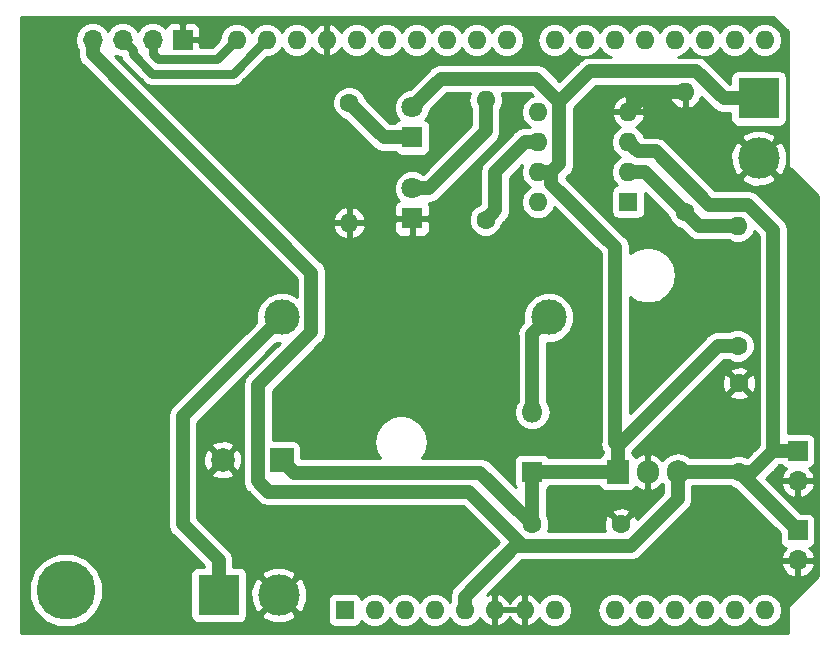
<source format=gbr>
G04 #@! TF.GenerationSoftware,KiCad,Pcbnew,5.0.2+dfsg1-1*
G04 #@! TF.CreationDate,2019-09-07T17:28:14+02:00*
G04 #@! TF.ProjectId,carte-alim,63617274-652d-4616-9c69-6d2e6b696361,rev?*
G04 #@! TF.SameCoordinates,PXb647d18PY5d9f878*
G04 #@! TF.FileFunction,Copper,L2,Bot*
G04 #@! TF.FilePolarity,Positive*
%FSLAX46Y46*%
G04 Gerber Fmt 4.6, Leading zero omitted, Abs format (unit mm)*
G04 Created by KiCad (PCBNEW 5.0.2+dfsg1-1) date sam. 07 sept. 2019 17:28:14 CEST*
%MOMM*%
%LPD*%
G01*
G04 APERTURE LIST*
G04 #@! TA.AperFunction,ComponentPad*
%ADD10O,1.600000X1.600000*%
G04 #@! TD*
G04 #@! TA.AperFunction,ComponentPad*
%ADD11R,1.600000X1.600000*%
G04 #@! TD*
G04 #@! TA.AperFunction,ComponentPad*
%ADD12R,3.500120X3.500120*%
G04 #@! TD*
G04 #@! TA.AperFunction,ComponentPad*
%ADD13C,3.500120*%
G04 #@! TD*
G04 #@! TA.AperFunction,ComponentPad*
%ADD14C,1.600000*%
G04 #@! TD*
G04 #@! TA.AperFunction,ComponentPad*
%ADD15R,1.800000X1.800000*%
G04 #@! TD*
G04 #@! TA.AperFunction,ComponentPad*
%ADD16O,1.800000X1.800000*%
G04 #@! TD*
G04 #@! TA.AperFunction,ComponentPad*
%ADD17C,1.800000*%
G04 #@! TD*
G04 #@! TA.AperFunction,ComponentPad*
%ADD18C,3.000000*%
G04 #@! TD*
G04 #@! TA.AperFunction,ComponentPad*
%ADD19R,1.700000X1.700000*%
G04 #@! TD*
G04 #@! TA.AperFunction,ComponentPad*
%ADD20O,1.700000X1.700000*%
G04 #@! TD*
G04 #@! TA.AperFunction,ComponentPad*
%ADD21R,1.905000X2.000000*%
G04 #@! TD*
G04 #@! TA.AperFunction,ComponentPad*
%ADD22O,1.905000X2.000000*%
G04 #@! TD*
G04 #@! TA.AperFunction,ComponentPad*
%ADD23R,2.000000X2.000000*%
G04 #@! TD*
G04 #@! TA.AperFunction,ComponentPad*
%ADD24C,2.000000*%
G04 #@! TD*
G04 #@! TA.AperFunction,ComponentPad*
%ADD25C,5.000000*%
G04 #@! TD*
G04 #@! TA.AperFunction,Conductor*
%ADD26C,0.800000*%
G04 #@! TD*
G04 #@! TA.AperFunction,Conductor*
%ADD27C,1.200000*%
G04 #@! TD*
G04 #@! TA.AperFunction,Conductor*
%ADD28C,0.254000*%
G04 #@! TD*
G04 APERTURE END LIST*
D10*
G04 #@! TO.P,A1,32*
G04 #@! TO.N,Net-(A1-Pad32)*
X14482000Y46609000D03*
G04 #@! TO.P,A1,31*
G04 #@! TO.N,Net-(A1-Pad31)*
X17022000Y46609000D03*
D11*
G04 #@! TO.P,A1,1*
G04 #@! TO.N,Net-(A1-Pad1)*
X23622000Y-1651000D03*
D10*
G04 #@! TO.P,A1,17*
G04 #@! TO.N,Net-(A1-Pad17)*
X54102000Y46609000D03*
G04 #@! TO.P,A1,2*
G04 #@! TO.N,Net-(A1-Pad2)*
X26162000Y-1651000D03*
G04 #@! TO.P,A1,18*
G04 #@! TO.N,Net-(A1-Pad18)*
X51562000Y46609000D03*
G04 #@! TO.P,A1,3*
G04 #@! TO.N,Net-(A1-Pad3)*
X28702000Y-1651000D03*
G04 #@! TO.P,A1,19*
G04 #@! TO.N,Net-(A1-Pad19)*
X49022000Y46609000D03*
G04 #@! TO.P,A1,4*
G04 #@! TO.N,Net-(A1-Pad4)*
X31242000Y-1651000D03*
G04 #@! TO.P,A1,20*
G04 #@! TO.N,Net-(A1-Pad20)*
X46482000Y46609000D03*
G04 #@! TO.P,A1,5*
G04 #@! TO.N,5V_regulated*
X33782000Y-1651000D03*
G04 #@! TO.P,A1,21*
G04 #@! TO.N,Net-(A1-Pad21)*
X43942000Y46609000D03*
G04 #@! TO.P,A1,6*
G04 #@! TO.N,GND*
X36322000Y-1651000D03*
G04 #@! TO.P,A1,22*
G04 #@! TO.N,Net-(A1-Pad22)*
X41402000Y46609000D03*
G04 #@! TO.P,A1,7*
G04 #@! TO.N,GND*
X38862000Y-1651000D03*
G04 #@! TO.P,A1,23*
G04 #@! TO.N,Net-(A1-Pad23)*
X37342000Y46609000D03*
G04 #@! TO.P,A1,8*
G04 #@! TO.N,Net-(A1-Pad8)*
X41402000Y-1651000D03*
G04 #@! TO.P,A1,24*
G04 #@! TO.N,Net-(A1-Pad24)*
X34802000Y46609000D03*
G04 #@! TO.P,A1,9*
G04 #@! TO.N,Net-(A1-Pad9)*
X46482000Y-1651000D03*
G04 #@! TO.P,A1,25*
G04 #@! TO.N,Net-(A1-Pad25)*
X32262000Y46609000D03*
G04 #@! TO.P,A1,10*
G04 #@! TO.N,Net-(A1-Pad10)*
X49022000Y-1651000D03*
G04 #@! TO.P,A1,26*
G04 #@! TO.N,Net-(A1-Pad26)*
X29722000Y46609000D03*
G04 #@! TO.P,A1,11*
G04 #@! TO.N,Net-(A1-Pad11)*
X51562000Y-1651000D03*
G04 #@! TO.P,A1,27*
G04 #@! TO.N,Net-(A1-Pad27)*
X27182000Y46609000D03*
G04 #@! TO.P,A1,12*
G04 #@! TO.N,Net-(A1-Pad12)*
X54102000Y-1651000D03*
G04 #@! TO.P,A1,28*
G04 #@! TO.N,Net-(A1-Pad28)*
X24642000Y46609000D03*
G04 #@! TO.P,A1,13*
G04 #@! TO.N,Net-(A1-Pad13)*
X56642000Y-1651000D03*
G04 #@! TO.P,A1,29*
G04 #@! TO.N,GND*
X22102000Y46609000D03*
G04 #@! TO.P,A1,14*
G04 #@! TO.N,Net-(A1-Pad14)*
X59182000Y-1651000D03*
G04 #@! TO.P,A1,30*
G04 #@! TO.N,Net-(A1-Pad30)*
X19562000Y46609000D03*
G04 #@! TO.P,A1,15*
G04 #@! TO.N,Net-(A1-Pad15)*
X59182000Y46609000D03*
G04 #@! TO.P,A1,16*
G04 #@! TO.N,Net-(A1-Pad16)*
X56642000Y46609000D03*
G04 #@! TD*
D12*
G04 #@! TO.P,BT1,1*
G04 #@! TO.N,Net-(BT1-Pad1)*
X12954000Y-381000D03*
D13*
G04 #@! TO.P,BT1,2*
G04 #@! TO.N,GND*
X18034000Y-381000D03*
G04 #@! TD*
D14*
G04 #@! TO.P,C2,2*
G04 #@! TO.N,GND*
X46997000Y5588000D03*
G04 #@! TO.P,C2,1*
G04 #@! TO.N,Net-(C1-Pad1)*
X39497000Y5588000D03*
G04 #@! TD*
G04 #@! TO.P,C3,1*
G04 #@! TO.N,5V_regulated*
X57023000Y10033000D03*
G04 #@! TO.P,C3,2*
G04 #@! TO.N,GND*
X57023000Y17533000D03*
G04 #@! TD*
D15*
G04 #@! TO.P,D1,1*
G04 #@! TO.N,Net-(C1-Pad1)*
X39497000Y10033000D03*
D16*
G04 #@! TO.P,D1,2*
G04 #@! TO.N,Net-(D1-Pad2)*
X39497000Y15113000D03*
G04 #@! TD*
D15*
G04 #@! TO.P,D2,1*
G04 #@! TO.N,Net-(D2-Pad1)*
X29337000Y38354000D03*
D17*
G04 #@! TO.P,D2,2*
G04 #@! TO.N,Net-(C1-Pad1)*
X29337000Y40894000D03*
G04 #@! TD*
G04 #@! TO.P,D4,2*
G04 #@! TO.N,Net-(D4-Pad2)*
X29337000Y34036000D03*
D15*
G04 #@! TO.P,D4,1*
G04 #@! TO.N,GND*
X29337000Y31496000D03*
G04 #@! TD*
D18*
G04 #@! TO.P,F1,1*
G04 #@! TO.N,Net-(D1-Pad2)*
X40894000Y23114000D03*
G04 #@! TO.P,F1,2*
G04 #@! TO.N,Net-(BT1-Pad1)*
X18294000Y23114000D03*
G04 #@! TD*
D13*
G04 #@! TO.P,J1,2*
G04 #@! TO.N,GND*
X58674000Y36576000D03*
D12*
G04 #@! TO.P,J1,1*
G04 #@! TO.N,Net-(C1-Pad1)*
X58674000Y41656000D03*
G04 #@! TD*
D19*
G04 #@! TO.P,J2,1*
G04 #@! TO.N,GND*
X9906000Y46609000D03*
D20*
G04 #@! TO.P,J2,2*
G04 #@! TO.N,Net-(A1-Pad32)*
X7366000Y46609000D03*
G04 #@! TO.P,J2,3*
G04 #@! TO.N,Net-(A1-Pad31)*
X4826000Y46609000D03*
G04 #@! TO.P,J2,4*
G04 #@! TO.N,5V_regulated*
X2286000Y46609000D03*
G04 #@! TD*
D19*
G04 #@! TO.P,J3,1*
G04 #@! TO.N,5V_regulated*
X61976000Y5080000D03*
D20*
G04 #@! TO.P,J3,2*
G04 #@! TO.N,GND*
X61976000Y2540000D03*
G04 #@! TD*
G04 #@! TO.P,J4,2*
G04 #@! TO.N,GND*
X61976000Y9271000D03*
D19*
G04 #@! TO.P,J4,1*
G04 #@! TO.N,5V_regulated*
X61976000Y11811000D03*
G04 #@! TD*
D14*
G04 #@! TO.P,R1,1*
G04 #@! TO.N,Net-(D2-Pad1)*
X24003000Y41275000D03*
D10*
G04 #@! TO.P,R1,2*
G04 #@! TO.N,GND*
X24003000Y31115000D03*
G04 #@! TD*
G04 #@! TO.P,R4,2*
G04 #@! TO.N,Net-(R4-Pad2)*
X56896000Y30861000D03*
D14*
G04 #@! TO.P,R4,1*
G04 #@! TO.N,Net-(C1-Pad1)*
X56896000Y20701000D03*
G04 #@! TD*
G04 #@! TO.P,R5,1*
G04 #@! TO.N,Net-(R4-Pad2)*
X52451000Y32004000D03*
D10*
G04 #@! TO.P,R5,2*
G04 #@! TO.N,GND*
X52451000Y42164000D03*
G04 #@! TD*
G04 #@! TO.P,R6,2*
G04 #@! TO.N,Net-(D4-Pad2)*
X35560000Y41529000D03*
D14*
G04 #@! TO.P,R6,1*
G04 #@! TO.N,Net-(R6-Pad1)*
X35560000Y31369000D03*
G04 #@! TD*
D21*
G04 #@! TO.P,U1,1*
G04 #@! TO.N,Net-(C1-Pad1)*
X46736000Y10033000D03*
D22*
G04 #@! TO.P,U1,2*
G04 #@! TO.N,GND*
X49276000Y10033000D03*
G04 #@! TO.P,U1,3*
G04 #@! TO.N,5V_regulated*
X51816000Y10033000D03*
G04 #@! TD*
D11*
G04 #@! TO.P,U2,1*
G04 #@! TO.N,Net-(U2-Pad1)*
X47625000Y32893000D03*
D10*
G04 #@! TO.P,U2,5*
G04 #@! TO.N,Net-(U2-Pad5)*
X40005000Y40513000D03*
G04 #@! TO.P,U2,2*
G04 #@! TO.N,Net-(R4-Pad2)*
X47625000Y35433000D03*
G04 #@! TO.P,U2,6*
G04 #@! TO.N,Net-(R6-Pad1)*
X40005000Y37973000D03*
G04 #@! TO.P,U2,3*
G04 #@! TO.N,5V_regulated*
X47625000Y37973000D03*
G04 #@! TO.P,U2,7*
G04 #@! TO.N,Net-(C1-Pad1)*
X40005000Y35433000D03*
G04 #@! TO.P,U2,4*
G04 #@! TO.N,GND*
X47625000Y40513000D03*
G04 #@! TO.P,U2,8*
G04 #@! TO.N,Net-(U2-Pad8)*
X40005000Y32893000D03*
G04 #@! TD*
D23*
G04 #@! TO.P,C1,1*
G04 #@! TO.N,Net-(C1-Pad1)*
X18288000Y11049000D03*
D24*
G04 #@! TO.P,C1,2*
G04 #@! TO.N,GND*
X13288000Y11049000D03*
G04 #@! TD*
D25*
G04 #@! TO.P,REF\002A\002A,1*
G04 #@! TO.N,N/C*
X0Y0D03*
G04 #@! TD*
D26*
G04 #@! TO.N,Net-(A1-Pad32)*
X12831999Y44958999D02*
X13682001Y45809001D01*
X13682001Y45809001D02*
X14482000Y46609000D01*
X7813920Y44958999D02*
X12831999Y44958999D01*
X7366000Y45406919D02*
X7813920Y44958999D01*
X7366000Y46609000D02*
X7366000Y45406919D01*
G04 #@! TO.N,Net-(A1-Pad31)*
X16222001Y45809001D02*
X17022000Y46609000D01*
X14171990Y43758990D02*
X16222001Y45809001D01*
X5675999Y45399850D02*
X7316859Y43758990D01*
X5675999Y45759001D02*
X5675999Y45399850D01*
X7316859Y43758990D02*
X14171990Y43758990D01*
X4826000Y46609000D02*
X5675999Y45759001D01*
D27*
G04 #@! TO.N,5V_regulated*
X57023000Y10033000D02*
X51816000Y10033000D01*
X51816000Y9764234D02*
X51816000Y10033000D01*
X58154370Y10033000D02*
X59077001Y10955631D01*
X57023000Y10033000D02*
X58154370Y10033000D01*
X59926000Y11811000D02*
X59077001Y10962001D01*
X59077001Y10962001D02*
X59077001Y10955631D01*
X61976000Y11811000D02*
X59926000Y11811000D01*
X61976000Y5080000D02*
X57023000Y10033000D01*
X51816000Y7742998D02*
X47861001Y3787999D01*
X51816000Y10033000D02*
X51816000Y7742998D01*
X47861001Y3787999D02*
X38712999Y3787999D01*
X38089629Y3787999D02*
X38712999Y3787999D01*
X33782000Y-519630D02*
X38089629Y3787999D01*
X33782000Y-1651000D02*
X33782000Y-519630D01*
X48424999Y37173001D02*
X47625000Y37973000D01*
X49946001Y37173001D02*
X48424999Y37173001D01*
X54458001Y32661001D02*
X49946001Y37173001D01*
X57760001Y32661001D02*
X54458001Y32661001D01*
X59926000Y11811000D02*
X59926000Y30495002D01*
X59926000Y30495002D02*
X57760001Y32661001D01*
X2286000Y45406919D02*
X2286000Y46609000D01*
X20794001Y26898918D02*
X2286000Y45406919D01*
X17164009Y8372989D02*
X16287999Y9248999D01*
X16287999Y17407997D02*
X20794001Y21913999D01*
X34128009Y8372989D02*
X17164009Y8372989D01*
X16287999Y9248999D02*
X16287999Y17407997D01*
X38712999Y3787999D02*
X34128009Y8372989D01*
X20794001Y21913999D02*
X20794001Y26898918D01*
G04 #@! TO.N,GND*
X49276000Y42164000D02*
X47625000Y40513000D01*
X52451000Y42164000D02*
X49276000Y42164000D01*
G04 #@! TO.N,Net-(BT1-Pad1)*
X16794001Y21614001D02*
X18294000Y23114000D01*
X9906000Y14726000D02*
X16794001Y21614001D01*
X9906000Y5617060D02*
X9906000Y14726000D01*
X12954000Y2569060D02*
X9906000Y5617060D01*
X12954000Y-381000D02*
X12954000Y2569060D01*
G04 #@! TO.N,Net-(C1-Pad1)*
X46736000Y10033000D02*
X39497000Y10033000D01*
X46736000Y12233000D02*
X46736000Y10033000D01*
X41805001Y36101631D02*
X41136370Y35433000D01*
X41805001Y41377001D02*
X41805001Y36101631D01*
X39853001Y43329001D02*
X41805001Y41377001D01*
X31772001Y43329001D02*
X39853001Y43329001D01*
X29337000Y40894000D02*
X31772001Y43329001D01*
X40005000Y35433000D02*
X41136370Y35433000D01*
X46525999Y12443001D02*
X46736000Y12233000D01*
X46525999Y29039001D02*
X46525999Y12443001D01*
X41136370Y35433000D02*
X41136370Y34428630D01*
X41136370Y34428630D02*
X46525999Y29039001D01*
X55204000Y20701000D02*
X46736000Y12233000D01*
X56896000Y20701000D02*
X55204000Y20701000D01*
X44392001Y43964001D02*
X41805001Y41377001D01*
X55723940Y41656000D02*
X53415939Y43964001D01*
X53415939Y43964001D02*
X44392001Y43964001D01*
X58674000Y41656000D02*
X55723940Y41656000D01*
X38697001Y6387999D02*
X39497000Y5588000D01*
X35112001Y9972999D02*
X38697001Y6387999D01*
X19364001Y9972999D02*
X35112001Y9972999D01*
X18288000Y11049000D02*
X19364001Y9972999D01*
X39497000Y10033000D02*
X39497000Y5588000D01*
G04 #@! TO.N,Net-(D1-Pad2)*
X39497000Y21717000D02*
X40894000Y23114000D01*
X39497000Y15113000D02*
X39497000Y21717000D01*
G04 #@! TO.N,Net-(D2-Pad1)*
X26924000Y38354000D02*
X29337000Y38354000D01*
X24003000Y41275000D02*
X26924000Y38354000D01*
G04 #@! TO.N,Net-(D4-Pad2)*
X35560000Y38862000D02*
X35560000Y41529000D01*
X29337000Y34036000D02*
X30734000Y34036000D01*
X30734000Y34036000D02*
X35560000Y38862000D01*
G04 #@! TO.N,Net-(R4-Pad2)*
X49022000Y35433000D02*
X52451000Y32004000D01*
X47625000Y35433000D02*
X49022000Y35433000D01*
X53594000Y30861000D02*
X52451000Y32004000D01*
X56896000Y30861000D02*
X53594000Y30861000D01*
G04 #@! TO.N,Net-(R6-Pad1)*
X36359999Y35459369D02*
X38873630Y37973000D01*
X38873630Y37973000D02*
X40005000Y37973000D01*
X36359999Y32168999D02*
X36359999Y35459369D01*
X35560000Y31369000D02*
X36359999Y32168999D01*
G04 #@! TD*
D28*
G04 #@! TO.N,GND*
G36*
X61139000Y47330908D02*
X61139001Y36264929D01*
X61125091Y36195000D01*
X61176212Y35938001D01*
X61180196Y35917972D01*
X61337120Y35683119D01*
X61396402Y35643508D01*
X63679000Y33360909D01*
X63679001Y1183092D01*
X61396402Y-1099508D01*
X61337119Y-1139120D01*
X61180195Y-1373973D01*
X61159321Y-1478916D01*
X61125091Y-1651000D01*
X61139000Y-1720925D01*
X61139001Y-3608000D01*
X-3735000Y-3608000D01*
X-3735000Y623590D01*
X-3135000Y623590D01*
X-3135000Y-623590D01*
X-2657724Y-1775835D01*
X-1775835Y-2657724D01*
X-623590Y-3135000D01*
X623590Y-3135000D01*
X1775835Y-2657724D01*
X2657724Y-1775835D01*
X3135000Y-623590D01*
X3135000Y623590D01*
X2657724Y1775835D01*
X1775835Y2657724D01*
X623590Y3135000D01*
X-623590Y3135000D01*
X-1775835Y2657724D01*
X-2657724Y1775835D01*
X-3135000Y623590D01*
X-3735000Y623590D01*
X-3735000Y46609000D01*
X771908Y46609000D01*
X887161Y46029582D01*
X1051000Y45784380D01*
X1051000Y45528551D01*
X1026806Y45406919D01*
X1051000Y45285287D01*
X1051000Y45285284D01*
X1122656Y44925047D01*
X1395615Y44516534D01*
X1498734Y44447632D01*
X19559002Y26387363D01*
X19559002Y24868344D01*
X19503380Y24923966D01*
X18718678Y25249000D01*
X17869322Y25249000D01*
X17084620Y24923966D01*
X16484034Y24323380D01*
X16159000Y23538678D01*
X16159000Y22725553D01*
X16006736Y22573289D01*
X16006733Y22573287D01*
X9118732Y15685285D01*
X9015616Y15616385D01*
X8946716Y15513269D01*
X8946714Y15513267D01*
X8742656Y15207872D01*
X8646806Y14726000D01*
X8671001Y14604363D01*
X8671000Y5738692D01*
X8646806Y5617060D01*
X8671000Y5495428D01*
X8671000Y5495425D01*
X8742656Y5135188D01*
X9015615Y4726675D01*
X9118734Y4657773D01*
X11719001Y2057505D01*
X11719001Y2016500D01*
X11203940Y2016500D01*
X10956175Y1967217D01*
X10746131Y1826869D01*
X10605783Y1616825D01*
X10556500Y1369060D01*
X10556500Y-2131060D01*
X10605783Y-2378825D01*
X10746131Y-2588869D01*
X10956175Y-2729217D01*
X11203940Y-2778500D01*
X14704060Y-2778500D01*
X14951825Y-2729217D01*
X15161869Y-2588869D01*
X15302217Y-2378825D01*
X15351500Y-2131060D01*
X15351500Y-2075571D01*
X16519034Y-2075571D01*
X16709328Y-2420319D01*
X17590576Y-2772015D01*
X18539332Y-2759701D01*
X19358672Y-2420319D01*
X19548966Y-2075571D01*
X18034000Y-560605D01*
X16519034Y-2075571D01*
X15351500Y-2075571D01*
X15351500Y62424D01*
X15642985Y62424D01*
X15655299Y-886332D01*
X15994681Y-1705672D01*
X16339429Y-1895966D01*
X17854395Y-381000D01*
X18213605Y-381000D01*
X19728571Y-1895966D01*
X20073319Y-1705672D01*
X20425015Y-824424D01*
X20412701Y124332D01*
X20073319Y943672D01*
X19728571Y1133966D01*
X18213605Y-381000D01*
X17854395Y-381000D01*
X16339429Y1133966D01*
X15994681Y943672D01*
X15642985Y62424D01*
X15351500Y62424D01*
X15351500Y1313571D01*
X16519034Y1313571D01*
X18034000Y-201395D01*
X19548966Y1313571D01*
X19358672Y1658319D01*
X18477424Y2010015D01*
X17528668Y1997701D01*
X16709328Y1658319D01*
X16519034Y1313571D01*
X15351500Y1313571D01*
X15351500Y1369060D01*
X15302217Y1616825D01*
X15161869Y1826869D01*
X14951825Y1967217D01*
X14704060Y2016500D01*
X14189000Y2016500D01*
X14189000Y2447428D01*
X14213194Y2569060D01*
X14189000Y2690692D01*
X14189000Y2690696D01*
X14117344Y3050933D01*
X14061172Y3135000D01*
X13913286Y3356328D01*
X13913285Y3356329D01*
X13844385Y3459445D01*
X13741269Y3528345D01*
X11141000Y6128613D01*
X11141000Y9896468D01*
X12315073Y9896468D01*
X12413736Y9629613D01*
X13023461Y9403092D01*
X13673460Y9427144D01*
X14162264Y9629613D01*
X14260927Y9896468D01*
X13288000Y10869395D01*
X12315073Y9896468D01*
X11141000Y9896468D01*
X11141000Y11313539D01*
X11642092Y11313539D01*
X11666144Y10663540D01*
X11868613Y10174736D01*
X12135468Y10076073D01*
X13108395Y11049000D01*
X13467605Y11049000D01*
X14440532Y10076073D01*
X14707387Y10174736D01*
X14933908Y10784461D01*
X14909856Y11434460D01*
X14707387Y11923264D01*
X14440532Y12021927D01*
X13467605Y11049000D01*
X13108395Y11049000D01*
X12135468Y12021927D01*
X11868613Y11923264D01*
X11642092Y11313539D01*
X11141000Y11313539D01*
X11141000Y12201532D01*
X12315073Y12201532D01*
X13288000Y11228605D01*
X14260927Y12201532D01*
X14162264Y12468387D01*
X13552539Y12694908D01*
X12902540Y12670856D01*
X12413736Y12468387D01*
X12315073Y12201532D01*
X11141000Y12201532D01*
X11141000Y14214447D01*
X17753287Y20826733D01*
X17753289Y20826736D01*
X17905553Y20979000D01*
X18112448Y20979000D01*
X15500731Y18367282D01*
X15397615Y18298382D01*
X15328715Y18195266D01*
X15328713Y18195264D01*
X15124655Y17889869D01*
X15028805Y17407997D01*
X15053000Y17286360D01*
X15052999Y9370631D01*
X15028805Y9248999D01*
X15052999Y9127367D01*
X15052999Y9127364D01*
X15124655Y8767127D01*
X15397614Y8358614D01*
X15500732Y8289713D01*
X16204724Y7585720D01*
X16273624Y7482604D01*
X16376740Y7413704D01*
X16376741Y7413703D01*
X16467267Y7353216D01*
X16682136Y7209645D01*
X17042373Y7137989D01*
X17042377Y7137989D01*
X17164008Y7113795D01*
X17285639Y7137989D01*
X33616456Y7137989D01*
X36654760Y4099684D01*
X32994732Y439655D01*
X32891616Y370755D01*
X32822716Y267639D01*
X32822714Y267637D01*
X32754195Y165091D01*
X32618656Y-37757D01*
X32547000Y-397994D01*
X32547000Y-397998D01*
X32522806Y-519630D01*
X32547000Y-641262D01*
X32547000Y-916377D01*
X32512000Y-968758D01*
X32276577Y-616423D01*
X31801909Y-299260D01*
X31383333Y-216000D01*
X31100667Y-216000D01*
X30682091Y-299260D01*
X30207423Y-616423D01*
X29972000Y-968758D01*
X29736577Y-616423D01*
X29261909Y-299260D01*
X28843333Y-216000D01*
X28560667Y-216000D01*
X28142091Y-299260D01*
X27667423Y-616423D01*
X27432000Y-968758D01*
X27196577Y-616423D01*
X26721909Y-299260D01*
X26303333Y-216000D01*
X26020667Y-216000D01*
X25602091Y-299260D01*
X25127423Y-616423D01*
X25046785Y-737106D01*
X25020157Y-603235D01*
X24879809Y-393191D01*
X24669765Y-252843D01*
X24422000Y-203560D01*
X22822000Y-203560D01*
X22574235Y-252843D01*
X22364191Y-393191D01*
X22223843Y-603235D01*
X22174560Y-851000D01*
X22174560Y-2451000D01*
X22223843Y-2698765D01*
X22364191Y-2908809D01*
X22574235Y-3049157D01*
X22822000Y-3098440D01*
X24422000Y-3098440D01*
X24669765Y-3049157D01*
X24879809Y-2908809D01*
X25020157Y-2698765D01*
X25046785Y-2564894D01*
X25127423Y-2685577D01*
X25602091Y-3002740D01*
X26020667Y-3086000D01*
X26303333Y-3086000D01*
X26721909Y-3002740D01*
X27196577Y-2685577D01*
X27432000Y-2333242D01*
X27667423Y-2685577D01*
X28142091Y-3002740D01*
X28560667Y-3086000D01*
X28843333Y-3086000D01*
X29261909Y-3002740D01*
X29736577Y-2685577D01*
X29972000Y-2333242D01*
X30207423Y-2685577D01*
X30682091Y-3002740D01*
X31100667Y-3086000D01*
X31383333Y-3086000D01*
X31801909Y-3002740D01*
X32276577Y-2685577D01*
X32512000Y-2333242D01*
X32747423Y-2685577D01*
X33222091Y-3002740D01*
X33640667Y-3086000D01*
X33923333Y-3086000D01*
X34341909Y-3002740D01*
X34816577Y-2685577D01*
X35072947Y-2301892D01*
X35169611Y-2506134D01*
X35584577Y-2882041D01*
X35972961Y-3042904D01*
X36195000Y-2920915D01*
X36195000Y-1778000D01*
X36449000Y-1778000D01*
X36449000Y-2920915D01*
X36671039Y-3042904D01*
X37059423Y-2882041D01*
X37474389Y-2506134D01*
X37592000Y-2257633D01*
X37709611Y-2506134D01*
X38124577Y-2882041D01*
X38512961Y-3042904D01*
X38735000Y-2920915D01*
X38735000Y-1778000D01*
X36449000Y-1778000D01*
X36195000Y-1778000D01*
X36175000Y-1778000D01*
X36175000Y-1524000D01*
X36195000Y-1524000D01*
X36195000Y-381085D01*
X36449000Y-381085D01*
X36449000Y-1524000D01*
X38735000Y-1524000D01*
X38735000Y-381085D01*
X38989000Y-381085D01*
X38989000Y-1524000D01*
X39009000Y-1524000D01*
X39009000Y-1778000D01*
X38989000Y-1778000D01*
X38989000Y-2920915D01*
X39211039Y-3042904D01*
X39599423Y-2882041D01*
X40014389Y-2506134D01*
X40111053Y-2301892D01*
X40367423Y-2685577D01*
X40842091Y-3002740D01*
X41260667Y-3086000D01*
X41543333Y-3086000D01*
X41961909Y-3002740D01*
X42436577Y-2685577D01*
X42753740Y-2210909D01*
X42865113Y-1651000D01*
X45018887Y-1651000D01*
X45130260Y-2210909D01*
X45447423Y-2685577D01*
X45922091Y-3002740D01*
X46340667Y-3086000D01*
X46623333Y-3086000D01*
X47041909Y-3002740D01*
X47516577Y-2685577D01*
X47752000Y-2333242D01*
X47987423Y-2685577D01*
X48462091Y-3002740D01*
X48880667Y-3086000D01*
X49163333Y-3086000D01*
X49581909Y-3002740D01*
X50056577Y-2685577D01*
X50292000Y-2333242D01*
X50527423Y-2685577D01*
X51002091Y-3002740D01*
X51420667Y-3086000D01*
X51703333Y-3086000D01*
X52121909Y-3002740D01*
X52596577Y-2685577D01*
X52832000Y-2333242D01*
X53067423Y-2685577D01*
X53542091Y-3002740D01*
X53960667Y-3086000D01*
X54243333Y-3086000D01*
X54661909Y-3002740D01*
X55136577Y-2685577D01*
X55372000Y-2333242D01*
X55607423Y-2685577D01*
X56082091Y-3002740D01*
X56500667Y-3086000D01*
X56783333Y-3086000D01*
X57201909Y-3002740D01*
X57676577Y-2685577D01*
X57912000Y-2333242D01*
X58147423Y-2685577D01*
X58622091Y-3002740D01*
X59040667Y-3086000D01*
X59323333Y-3086000D01*
X59741909Y-3002740D01*
X60216577Y-2685577D01*
X60533740Y-2210909D01*
X60645113Y-1651000D01*
X60533740Y-1091091D01*
X60216577Y-616423D01*
X59741909Y-299260D01*
X59323333Y-216000D01*
X59040667Y-216000D01*
X58622091Y-299260D01*
X58147423Y-616423D01*
X57912000Y-968758D01*
X57676577Y-616423D01*
X57201909Y-299260D01*
X56783333Y-216000D01*
X56500667Y-216000D01*
X56082091Y-299260D01*
X55607423Y-616423D01*
X55372000Y-968758D01*
X55136577Y-616423D01*
X54661909Y-299260D01*
X54243333Y-216000D01*
X53960667Y-216000D01*
X53542091Y-299260D01*
X53067423Y-616423D01*
X52832000Y-968758D01*
X52596577Y-616423D01*
X52121909Y-299260D01*
X51703333Y-216000D01*
X51420667Y-216000D01*
X51002091Y-299260D01*
X50527423Y-616423D01*
X50292000Y-968758D01*
X50056577Y-616423D01*
X49581909Y-299260D01*
X49163333Y-216000D01*
X48880667Y-216000D01*
X48462091Y-299260D01*
X47987423Y-616423D01*
X47752000Y-968758D01*
X47516577Y-616423D01*
X47041909Y-299260D01*
X46623333Y-216000D01*
X46340667Y-216000D01*
X45922091Y-299260D01*
X45447423Y-616423D01*
X45130260Y-1091091D01*
X45018887Y-1651000D01*
X42865113Y-1651000D01*
X42753740Y-1091091D01*
X42436577Y-616423D01*
X41961909Y-299260D01*
X41543333Y-216000D01*
X41260667Y-216000D01*
X40842091Y-299260D01*
X40367423Y-616423D01*
X40111053Y-1000108D01*
X40014389Y-795866D01*
X39599423Y-419959D01*
X39211039Y-259096D01*
X38989000Y-381085D01*
X38735000Y-381085D01*
X38512961Y-259096D01*
X38124577Y-419959D01*
X37709611Y-795866D01*
X37592000Y-1044367D01*
X37474389Y-795866D01*
X37059423Y-419959D01*
X36671039Y-259096D01*
X36449000Y-381085D01*
X36195000Y-381085D01*
X35972961Y-259096D01*
X35659084Y-389099D01*
X38231293Y2183110D01*
X60534524Y2183110D01*
X60704355Y1773076D01*
X61094642Y1344817D01*
X61619108Y1098514D01*
X61849000Y1219181D01*
X61849000Y2413000D01*
X62103000Y2413000D01*
X62103000Y1219181D01*
X62332892Y1098514D01*
X62857358Y1344817D01*
X63247645Y1773076D01*
X63417476Y2183110D01*
X63296155Y2413000D01*
X62103000Y2413000D01*
X61849000Y2413000D01*
X60655845Y2413000D01*
X60534524Y2183110D01*
X38231293Y2183110D01*
X38599554Y2551370D01*
X38712998Y2528805D01*
X38834630Y2552999D01*
X47739369Y2552999D01*
X47861001Y2528805D01*
X47982633Y2552999D01*
X47982637Y2552999D01*
X48342874Y2624655D01*
X48751386Y2897614D01*
X48820288Y3000733D01*
X52603269Y6783713D01*
X52706385Y6852613D01*
X52979344Y7261125D01*
X53051000Y7621362D01*
X53051000Y7621366D01*
X53075194Y7742997D01*
X53051000Y7864628D01*
X53051000Y8798000D01*
X56254719Y8798000D01*
X56692981Y8616466D01*
X60478560Y4830886D01*
X60478560Y4230000D01*
X60527843Y3982235D01*
X60668191Y3772191D01*
X60878235Y3631843D01*
X60981708Y3611261D01*
X60704355Y3306924D01*
X60534524Y2896890D01*
X60655845Y2667000D01*
X61849000Y2667000D01*
X61849000Y2687000D01*
X62103000Y2687000D01*
X62103000Y2667000D01*
X63296155Y2667000D01*
X63417476Y2896890D01*
X63247645Y3306924D01*
X62970292Y3611261D01*
X63073765Y3631843D01*
X63283809Y3772191D01*
X63424157Y3982235D01*
X63473440Y4230000D01*
X63473440Y5930000D01*
X63424157Y6177765D01*
X63283809Y6387809D01*
X63073765Y6528157D01*
X62826000Y6577440D01*
X62225114Y6577440D01*
X59888444Y8914110D01*
X60534524Y8914110D01*
X60704355Y8504076D01*
X61094642Y8075817D01*
X61619108Y7829514D01*
X61849000Y7950181D01*
X61849000Y9144000D01*
X62103000Y9144000D01*
X62103000Y7950181D01*
X62332892Y7829514D01*
X62857358Y8075817D01*
X63247645Y8504076D01*
X63417476Y8914110D01*
X63296155Y9144000D01*
X62103000Y9144000D01*
X61849000Y9144000D01*
X60655845Y9144000D01*
X60534524Y8914110D01*
X59888444Y8914110D01*
X59335238Y9467315D01*
X59864270Y9996346D01*
X59967386Y10065246D01*
X60036285Y10168361D01*
X60036287Y10168363D01*
X60049115Y10187562D01*
X60437554Y10576000D01*
X60619541Y10576000D01*
X60668191Y10503191D01*
X60878235Y10362843D01*
X60981708Y10342261D01*
X60704355Y10037924D01*
X60534524Y9627890D01*
X60655845Y9398000D01*
X61849000Y9398000D01*
X61849000Y9418000D01*
X62103000Y9418000D01*
X62103000Y9398000D01*
X63296155Y9398000D01*
X63417476Y9627890D01*
X63247645Y10037924D01*
X62970292Y10342261D01*
X63073765Y10362843D01*
X63283809Y10503191D01*
X63424157Y10713235D01*
X63473440Y10961000D01*
X63473440Y12661000D01*
X63424157Y12908765D01*
X63283809Y13118809D01*
X63073765Y13259157D01*
X62826000Y13308440D01*
X61161000Y13308440D01*
X61161000Y30373372D01*
X61185194Y30495003D01*
X61161000Y30616634D01*
X61161000Y30616638D01*
X61089344Y30976875D01*
X60912193Y31242000D01*
X60885286Y31282270D01*
X60885285Y31282271D01*
X60816385Y31385387D01*
X60713269Y31454287D01*
X58719287Y33448268D01*
X58650386Y33551386D01*
X58241874Y33824345D01*
X57881637Y33896001D01*
X57881633Y33896001D01*
X57760001Y33920195D01*
X57638369Y33896001D01*
X54969554Y33896001D01*
X53984126Y34881429D01*
X57159034Y34881429D01*
X57349328Y34536681D01*
X58230576Y34184985D01*
X59179332Y34197299D01*
X59998672Y34536681D01*
X60188966Y34881429D01*
X58674000Y36396395D01*
X57159034Y34881429D01*
X53984126Y34881429D01*
X51846131Y37019424D01*
X56282985Y37019424D01*
X56295299Y36070668D01*
X56634681Y35251328D01*
X56979429Y35061034D01*
X58494395Y36576000D01*
X58853605Y36576000D01*
X60368571Y35061034D01*
X60713319Y35251328D01*
X61065015Y36132576D01*
X61052701Y37081332D01*
X60713319Y37900672D01*
X60368571Y38090966D01*
X58853605Y36576000D01*
X58494395Y36576000D01*
X56979429Y38090966D01*
X56634681Y37900672D01*
X56282985Y37019424D01*
X51846131Y37019424D01*
X50905288Y37960267D01*
X50836386Y38063386D01*
X50526312Y38270571D01*
X57159034Y38270571D01*
X58674000Y36755605D01*
X60188966Y38270571D01*
X59998672Y38615319D01*
X59117424Y38967015D01*
X58168668Y38954701D01*
X57349328Y38615319D01*
X57159034Y38270571D01*
X50526312Y38270571D01*
X50427874Y38336345D01*
X50067637Y38408001D01*
X50067633Y38408001D01*
X49946001Y38432195D01*
X49824369Y38408001D01*
X49001586Y38408001D01*
X48976740Y38532909D01*
X48659577Y39007577D01*
X48275892Y39263947D01*
X48480134Y39360611D01*
X48856041Y39775577D01*
X49016904Y40163961D01*
X48894915Y40386000D01*
X47752000Y40386000D01*
X47752000Y40366000D01*
X47498000Y40366000D01*
X47498000Y40386000D01*
X46355085Y40386000D01*
X46233096Y40163961D01*
X46393959Y39775577D01*
X46769866Y39360611D01*
X46974108Y39263947D01*
X46590423Y39007577D01*
X46273260Y38532909D01*
X46161887Y37973000D01*
X46273260Y37413091D01*
X46590423Y36938423D01*
X46942758Y36703000D01*
X46590423Y36467577D01*
X46273260Y35992909D01*
X46161887Y35433000D01*
X46273260Y34873091D01*
X46590423Y34398423D01*
X46711106Y34317785D01*
X46577235Y34291157D01*
X46367191Y34150809D01*
X46226843Y33940765D01*
X46177560Y33693000D01*
X46177560Y32093000D01*
X46226843Y31845235D01*
X46367191Y31635191D01*
X46577235Y31494843D01*
X46825000Y31445560D01*
X48425000Y31445560D01*
X48672765Y31494843D01*
X48882809Y31635191D01*
X49023157Y31845235D01*
X49072440Y32093000D01*
X49072440Y33636007D01*
X51034466Y31673980D01*
X51234466Y31191138D01*
X51638138Y30787466D01*
X52120981Y30587466D01*
X52634715Y30073731D01*
X52703615Y29970615D01*
X52806731Y29901715D01*
X52806732Y29901714D01*
X52919644Y29826269D01*
X53112127Y29697656D01*
X53472364Y29626000D01*
X53472367Y29626000D01*
X53593999Y29601806D01*
X53715631Y29626000D01*
X56161377Y29626000D01*
X56336091Y29509260D01*
X56754667Y29426000D01*
X57037333Y29426000D01*
X57455909Y29509260D01*
X57930577Y29826423D01*
X58247740Y30301091D01*
X58268581Y30405867D01*
X58691001Y29983447D01*
X58691000Y12322554D01*
X58289734Y11921287D01*
X58186616Y11852386D01*
X58104889Y11730073D01*
X57686301Y11311484D01*
X57308439Y11468000D01*
X56737561Y11468000D01*
X56254719Y11268000D01*
X52896203Y11268000D01*
X52435410Y11575891D01*
X51816000Y11699100D01*
X51196589Y11575891D01*
X50671477Y11225023D01*
X50536841Y11023526D01*
X50142924Y11408973D01*
X49648980Y11623563D01*
X49403000Y11503594D01*
X49403000Y10160000D01*
X49423000Y10160000D01*
X49423000Y9906000D01*
X49403000Y9906000D01*
X49403000Y8562406D01*
X49648980Y8442437D01*
X50142924Y8657027D01*
X50536841Y9042474D01*
X50581000Y8976385D01*
X50581001Y8254553D01*
X48373173Y6046725D01*
X48250864Y6342005D01*
X48004745Y6416139D01*
X47176605Y5588000D01*
X47190748Y5573857D01*
X47011143Y5394252D01*
X46997000Y5408395D01*
X46982858Y5394252D01*
X46803252Y5573858D01*
X46817395Y5588000D01*
X45989255Y6416139D01*
X45743136Y6342005D01*
X45550035Y5804777D01*
X45577222Y5234546D01*
X45664848Y5022999D01*
X40816202Y5022999D01*
X40932000Y5302561D01*
X40932000Y5873439D01*
X40732000Y6356281D01*
X40732000Y6595745D01*
X46168861Y6595745D01*
X46997000Y5767605D01*
X47825139Y6595745D01*
X47751005Y6841864D01*
X47213777Y7034965D01*
X46643546Y7007778D01*
X46242995Y6841864D01*
X46168861Y6595745D01*
X40732000Y6595745D01*
X40732000Y8593132D01*
X40854809Y8675191D01*
X40936868Y8798000D01*
X45182804Y8798000D01*
X45185343Y8785235D01*
X45325691Y8575191D01*
X45535735Y8434843D01*
X45783500Y8385560D01*
X47688500Y8385560D01*
X47936265Y8434843D01*
X48146309Y8575191D01*
X48283255Y8780143D01*
X48409076Y8657027D01*
X48903020Y8442437D01*
X49149000Y8562406D01*
X49149000Y9906000D01*
X49129000Y9906000D01*
X49129000Y10160000D01*
X49149000Y10160000D01*
X49149000Y11503594D01*
X48903020Y11623563D01*
X48409076Y11408973D01*
X48283255Y11285857D01*
X48146309Y11490809D01*
X47971000Y11607948D01*
X47971000Y11721447D01*
X52774808Y16525255D01*
X56194861Y16525255D01*
X56268995Y16279136D01*
X56806223Y16086035D01*
X57376454Y16113222D01*
X57777005Y16279136D01*
X57851139Y16525255D01*
X57023000Y17353395D01*
X56194861Y16525255D01*
X52774808Y16525255D01*
X53999330Y17749777D01*
X55576035Y17749777D01*
X55603222Y17179546D01*
X55769136Y16778995D01*
X56015255Y16704861D01*
X56843395Y17533000D01*
X57202605Y17533000D01*
X58030745Y16704861D01*
X58276864Y16778995D01*
X58469965Y17316223D01*
X58442778Y17886454D01*
X58276864Y18287005D01*
X58030745Y18361139D01*
X57202605Y17533000D01*
X56843395Y17533000D01*
X56015255Y18361139D01*
X55769136Y18287005D01*
X55576035Y17749777D01*
X53999330Y17749777D01*
X54790298Y18540745D01*
X56194861Y18540745D01*
X57023000Y17712605D01*
X57851139Y18540745D01*
X57777005Y18786864D01*
X57239777Y18979965D01*
X56669546Y18952778D01*
X56268995Y18786864D01*
X56194861Y18540745D01*
X54790298Y18540745D01*
X55715554Y19466000D01*
X56127719Y19466000D01*
X56610561Y19266000D01*
X57181439Y19266000D01*
X57708862Y19484466D01*
X58112534Y19888138D01*
X58331000Y20415561D01*
X58331000Y20986439D01*
X58112534Y21513862D01*
X57708862Y21917534D01*
X57181439Y22136000D01*
X56610561Y22136000D01*
X56127719Y21936000D01*
X55325630Y21936000D01*
X55203999Y21960194D01*
X55082368Y21936000D01*
X55082364Y21936000D01*
X54722127Y21864344D01*
X54614401Y21792364D01*
X54416732Y21660286D01*
X54416731Y21660285D01*
X54313615Y21591385D01*
X54244715Y21488269D01*
X47760999Y15004552D01*
X47760999Y24836877D01*
X48345420Y24446380D01*
X49041103Y24308000D01*
X49510897Y24308000D01*
X50206580Y24446380D01*
X50995489Y24973511D01*
X51522620Y25762420D01*
X51707724Y26693000D01*
X51522620Y27623580D01*
X50995489Y28412489D01*
X50206580Y28939620D01*
X49510897Y29078000D01*
X49041103Y29078000D01*
X48345420Y28939620D01*
X47760999Y28549123D01*
X47760999Y28917371D01*
X47785193Y29039002D01*
X47760999Y29160633D01*
X47760999Y29160637D01*
X47689343Y29520874D01*
X47416384Y29929386D01*
X47313269Y29998285D01*
X42380738Y34930815D01*
X42592267Y35142344D01*
X42695386Y35211246D01*
X42968345Y35619758D01*
X43040001Y35979995D01*
X43040001Y35979998D01*
X43064195Y36101630D01*
X43040001Y36223262D01*
X43040001Y40862039D01*
X46233096Y40862039D01*
X46355085Y40640000D01*
X47498000Y40640000D01*
X47498000Y41783629D01*
X47752000Y41783629D01*
X47752000Y40640000D01*
X48894915Y40640000D01*
X49016904Y40862039D01*
X48856041Y41250423D01*
X48480134Y41665389D01*
X48164108Y41814959D01*
X51059086Y41814959D01*
X51298611Y41308866D01*
X51713577Y40932959D01*
X52101961Y40772096D01*
X52324000Y40894085D01*
X52324000Y42037000D01*
X51180371Y42037000D01*
X51059086Y41814959D01*
X48164108Y41814959D01*
X47974041Y41904914D01*
X47752000Y41783629D01*
X47498000Y41783629D01*
X47275959Y41904914D01*
X46769866Y41665389D01*
X46393959Y41250423D01*
X46233096Y40862039D01*
X43040001Y40862039D01*
X43040001Y40865448D01*
X44903555Y42729001D01*
X51161296Y42729001D01*
X51059086Y42513041D01*
X51180371Y42291000D01*
X52324000Y42291000D01*
X52324000Y42311000D01*
X52578000Y42311000D01*
X52578000Y42291000D01*
X52598000Y42291000D01*
X52598000Y42037000D01*
X52578000Y42037000D01*
X52578000Y40894085D01*
X52800039Y40772096D01*
X53188423Y40932959D01*
X53603389Y41308866D01*
X53835048Y41798339D01*
X54764655Y40868731D01*
X54833555Y40765615D01*
X54936671Y40696715D01*
X54936672Y40696714D01*
X55021551Y40640000D01*
X55242067Y40492656D01*
X55602304Y40421000D01*
X55602308Y40421000D01*
X55723939Y40396806D01*
X55845570Y40421000D01*
X56276500Y40421000D01*
X56276500Y39905940D01*
X56325783Y39658175D01*
X56466131Y39448131D01*
X56676175Y39307783D01*
X56923940Y39258500D01*
X60424060Y39258500D01*
X60671825Y39307783D01*
X60881869Y39448131D01*
X61022217Y39658175D01*
X61071500Y39905940D01*
X61071500Y43406060D01*
X61022217Y43653825D01*
X60881869Y43863869D01*
X60671825Y44004217D01*
X60424060Y44053500D01*
X56923940Y44053500D01*
X56676175Y44004217D01*
X56466131Y43863869D01*
X56325783Y43653825D01*
X56276500Y43406060D01*
X56276500Y42891000D01*
X56235494Y42891000D01*
X54375226Y44751267D01*
X54306324Y44854386D01*
X53897812Y45127345D01*
X53537575Y45199001D01*
X53537571Y45199001D01*
X53415939Y45223195D01*
X53294307Y45199001D01*
X51829021Y45199001D01*
X52121909Y45257260D01*
X52596577Y45574423D01*
X52832000Y45926758D01*
X53067423Y45574423D01*
X53542091Y45257260D01*
X53960667Y45174000D01*
X54243333Y45174000D01*
X54661909Y45257260D01*
X55136577Y45574423D01*
X55372000Y45926758D01*
X55607423Y45574423D01*
X56082091Y45257260D01*
X56500667Y45174000D01*
X56783333Y45174000D01*
X57201909Y45257260D01*
X57676577Y45574423D01*
X57912000Y45926758D01*
X58147423Y45574423D01*
X58622091Y45257260D01*
X59040667Y45174000D01*
X59323333Y45174000D01*
X59741909Y45257260D01*
X60216577Y45574423D01*
X60533740Y46049091D01*
X60645113Y46609000D01*
X60533740Y47168909D01*
X60216577Y47643577D01*
X59741909Y47960740D01*
X59323333Y48044000D01*
X59040667Y48044000D01*
X58622091Y47960740D01*
X58147423Y47643577D01*
X57912000Y47291242D01*
X57676577Y47643577D01*
X57201909Y47960740D01*
X56783333Y48044000D01*
X56500667Y48044000D01*
X56082091Y47960740D01*
X55607423Y47643577D01*
X55372000Y47291242D01*
X55136577Y47643577D01*
X54661909Y47960740D01*
X54243333Y48044000D01*
X53960667Y48044000D01*
X53542091Y47960740D01*
X53067423Y47643577D01*
X52832000Y47291242D01*
X52596577Y47643577D01*
X52121909Y47960740D01*
X51703333Y48044000D01*
X51420667Y48044000D01*
X51002091Y47960740D01*
X50527423Y47643577D01*
X50292000Y47291242D01*
X50056577Y47643577D01*
X49581909Y47960740D01*
X49163333Y48044000D01*
X48880667Y48044000D01*
X48462091Y47960740D01*
X47987423Y47643577D01*
X47752000Y47291242D01*
X47516577Y47643577D01*
X47041909Y47960740D01*
X46623333Y48044000D01*
X46340667Y48044000D01*
X45922091Y47960740D01*
X45447423Y47643577D01*
X45212000Y47291242D01*
X44976577Y47643577D01*
X44501909Y47960740D01*
X44083333Y48044000D01*
X43800667Y48044000D01*
X43382091Y47960740D01*
X42907423Y47643577D01*
X42672000Y47291242D01*
X42436577Y47643577D01*
X41961909Y47960740D01*
X41543333Y48044000D01*
X41260667Y48044000D01*
X40842091Y47960740D01*
X40367423Y47643577D01*
X40050260Y47168909D01*
X39938887Y46609000D01*
X40050260Y46049091D01*
X40367423Y45574423D01*
X40842091Y45257260D01*
X41260667Y45174000D01*
X41543333Y45174000D01*
X41961909Y45257260D01*
X42436577Y45574423D01*
X42672000Y45926758D01*
X42907423Y45574423D01*
X43382091Y45257260D01*
X43800667Y45174000D01*
X44083333Y45174000D01*
X44501909Y45257260D01*
X44976577Y45574423D01*
X45212000Y45926758D01*
X45447423Y45574423D01*
X45922091Y45257260D01*
X46214979Y45199001D01*
X44513631Y45199001D01*
X44392000Y45223195D01*
X44270369Y45199001D01*
X44270365Y45199001D01*
X43910128Y45127345D01*
X43910126Y45127344D01*
X43910127Y45127344D01*
X43604733Y44923287D01*
X43604732Y44923286D01*
X43501616Y44854386D01*
X43432716Y44751270D01*
X41805001Y43123554D01*
X40812288Y44116268D01*
X40743386Y44219386D01*
X40334874Y44492345D01*
X39974637Y44564001D01*
X39974633Y44564001D01*
X39853001Y44588195D01*
X39731369Y44564001D01*
X31893631Y44564001D01*
X31772000Y44588195D01*
X31650369Y44564001D01*
X31650365Y44564001D01*
X31290128Y44492345D01*
X31180011Y44418767D01*
X30984733Y44288287D01*
X30984732Y44288286D01*
X30881616Y44219386D01*
X30812716Y44116270D01*
X29125447Y42429000D01*
X29031670Y42429000D01*
X28467493Y42195310D01*
X28035690Y41763507D01*
X27802000Y41199330D01*
X27802000Y40588670D01*
X28035690Y40024493D01*
X28204908Y39855275D01*
X28189235Y39852157D01*
X27979191Y39711809D01*
X27897132Y39589000D01*
X27435554Y39589000D01*
X25419534Y41605019D01*
X25219534Y42087862D01*
X24815862Y42491534D01*
X24288439Y42710000D01*
X23717561Y42710000D01*
X23190138Y42491534D01*
X22786466Y42087862D01*
X22568000Y41560439D01*
X22568000Y40989561D01*
X22786466Y40462138D01*
X23190138Y40058466D01*
X23672981Y39858466D01*
X25964715Y37566731D01*
X26033615Y37463615D01*
X26136731Y37394715D01*
X26136732Y37394714D01*
X26187451Y37360825D01*
X26442127Y37190656D01*
X26802364Y37119000D01*
X26802368Y37119000D01*
X26924000Y37094806D01*
X27045632Y37119000D01*
X27897132Y37119000D01*
X27979191Y36996191D01*
X28189235Y36855843D01*
X28437000Y36806560D01*
X30237000Y36806560D01*
X30484765Y36855843D01*
X30694809Y36996191D01*
X30835157Y37206235D01*
X30884440Y37454000D01*
X30884440Y39254000D01*
X30835157Y39501765D01*
X30694809Y39711809D01*
X30484765Y39852157D01*
X30469092Y39855275D01*
X30638310Y40024493D01*
X30872000Y40588670D01*
X30872000Y40682447D01*
X32283555Y42094001D01*
X34211662Y42094001D01*
X34208260Y42088909D01*
X34096887Y41529000D01*
X34208260Y40969091D01*
X34325001Y40794376D01*
X34325000Y39373553D01*
X30247632Y35296185D01*
X30206507Y35337310D01*
X29642330Y35571000D01*
X29031670Y35571000D01*
X28467493Y35337310D01*
X28035690Y34905507D01*
X27802000Y34341330D01*
X27802000Y33730670D01*
X28035690Y33166493D01*
X28212044Y32990139D01*
X28077301Y32934327D01*
X27898673Y32755698D01*
X27802000Y32522309D01*
X27802000Y31781750D01*
X27960750Y31623000D01*
X29210000Y31623000D01*
X29210000Y31643000D01*
X29464000Y31643000D01*
X29464000Y31623000D01*
X30713250Y31623000D01*
X30872000Y31781750D01*
X30872000Y32522309D01*
X30775327Y32755698D01*
X30750865Y32780161D01*
X30855632Y32801000D01*
X30855636Y32801000D01*
X31215873Y32872656D01*
X31624385Y33145615D01*
X31693287Y33248734D01*
X36347267Y37902714D01*
X36450385Y37971615D01*
X36723344Y38380127D01*
X36795000Y38740364D01*
X36795000Y38740368D01*
X36819194Y38862000D01*
X36795000Y38983632D01*
X36795000Y40794377D01*
X36911740Y40969091D01*
X37023113Y41529000D01*
X36911740Y42088909D01*
X36908338Y42094001D01*
X39341448Y42094001D01*
X39549867Y41885581D01*
X39445091Y41864740D01*
X38970423Y41547577D01*
X38653260Y41072909D01*
X38541887Y40513000D01*
X38653260Y39953091D01*
X38970423Y39478423D01*
X39322758Y39243000D01*
X39270377Y39208000D01*
X38995261Y39208000D01*
X38873629Y39232194D01*
X38751997Y39208000D01*
X38751994Y39208000D01*
X38391757Y39136344D01*
X38086362Y38932286D01*
X38086361Y38932285D01*
X37983245Y38863385D01*
X37914345Y38760269D01*
X35572731Y36418654D01*
X35469615Y36349754D01*
X35400715Y36246638D01*
X35400713Y36246636D01*
X35196655Y35941241D01*
X35100805Y35459369D01*
X35125000Y35337732D01*
X35124999Y32742049D01*
X34747138Y32585534D01*
X34343466Y32181862D01*
X34125000Y31654439D01*
X34125000Y31083561D01*
X34343466Y30556138D01*
X34747138Y30152466D01*
X35274561Y29934000D01*
X35845439Y29934000D01*
X36372862Y30152466D01*
X36776534Y30556138D01*
X36976534Y31038980D01*
X37147268Y31209714D01*
X37250384Y31278614D01*
X37321728Y31385387D01*
X37523342Y31687125D01*
X37523343Y31687126D01*
X37594999Y32047363D01*
X37594999Y32047367D01*
X37619193Y32168998D01*
X37594999Y32290629D01*
X37594999Y34947816D01*
X38679775Y36032591D01*
X38653260Y35992909D01*
X38541887Y35433000D01*
X38653260Y34873091D01*
X38970423Y34398423D01*
X39322758Y34163000D01*
X38970423Y33927577D01*
X38653260Y33452909D01*
X38541887Y32893000D01*
X38653260Y32333091D01*
X38970423Y31858423D01*
X39445091Y31541260D01*
X39863667Y31458000D01*
X40146333Y31458000D01*
X40564909Y31541260D01*
X41039577Y31858423D01*
X41356740Y32333091D01*
X41378079Y32440368D01*
X45290999Y28527447D01*
X45291000Y12564638D01*
X45266805Y12443001D01*
X45362655Y11961129D01*
X45501000Y11754080D01*
X45501000Y11607948D01*
X45325691Y11490809D01*
X45185343Y11280765D01*
X45182804Y11268000D01*
X40936868Y11268000D01*
X40854809Y11390809D01*
X40644765Y11531157D01*
X40397000Y11580440D01*
X38597000Y11580440D01*
X38349235Y11531157D01*
X38139191Y11390809D01*
X37998843Y11180765D01*
X37949560Y10933000D01*
X37949560Y9133000D01*
X37998843Y8885235D01*
X38104613Y8726940D01*
X36071288Y10760265D01*
X36002386Y10863384D01*
X35593874Y11136343D01*
X35233637Y11207999D01*
X35233633Y11207999D01*
X35112001Y11232193D01*
X34990369Y11207999D01*
X30172947Y11207999D01*
X30502324Y11700946D01*
X30675786Y12573000D01*
X30502324Y13445054D01*
X30008345Y14184345D01*
X29269054Y14678324D01*
X28617128Y14808000D01*
X28176872Y14808000D01*
X27524946Y14678324D01*
X26785655Y14184345D01*
X26291676Y13445054D01*
X26118214Y12573000D01*
X26291676Y11700946D01*
X26621053Y11207999D01*
X19935440Y11207999D01*
X19935440Y12049000D01*
X19886157Y12296765D01*
X19745809Y12506809D01*
X19535765Y12647157D01*
X19288000Y12696440D01*
X17522999Y12696440D01*
X17522999Y15113000D01*
X37931928Y15113000D01*
X38051062Y14514073D01*
X38390327Y14006327D01*
X38898073Y13667062D01*
X39345818Y13578000D01*
X39648182Y13578000D01*
X40095927Y13667062D01*
X40603673Y14006327D01*
X40942938Y14514073D01*
X41062072Y15113000D01*
X40942938Y15711927D01*
X40732000Y16027618D01*
X40732000Y20979000D01*
X41318678Y20979000D01*
X42103380Y21304034D01*
X42703966Y21904620D01*
X43029000Y22689322D01*
X43029000Y23538678D01*
X42703966Y24323380D01*
X42103380Y24923966D01*
X41318678Y25249000D01*
X40469322Y25249000D01*
X39684620Y24923966D01*
X39084034Y24323380D01*
X38759000Y23538678D01*
X38759000Y22725553D01*
X38709731Y22676285D01*
X38606616Y22607385D01*
X38537716Y22504269D01*
X38537714Y22504267D01*
X38333656Y22198872D01*
X38237806Y21717000D01*
X38262001Y21595363D01*
X38262000Y16027618D01*
X38051062Y15711927D01*
X37931928Y15113000D01*
X17522999Y15113000D01*
X17522999Y16896444D01*
X21581271Y20954715D01*
X21684386Y21023614D01*
X21756894Y21132129D01*
X21825715Y21235128D01*
X21957345Y21432126D01*
X22029001Y21792363D01*
X22029001Y21792367D01*
X22053195Y21913998D01*
X22029001Y22035629D01*
X22029001Y26777287D01*
X22053195Y26898919D01*
X22029001Y27020551D01*
X22029001Y27020554D01*
X21957345Y27380791D01*
X21684386Y27789303D01*
X21581270Y27858203D01*
X18673514Y30765959D01*
X22611086Y30765959D01*
X22850611Y30259866D01*
X23265577Y29883959D01*
X23653961Y29723096D01*
X23876000Y29845085D01*
X23876000Y30988000D01*
X24130000Y30988000D01*
X24130000Y29845085D01*
X24352039Y29723096D01*
X24740423Y29883959D01*
X25155389Y30259866D01*
X25394914Y30765959D01*
X25273629Y30988000D01*
X24130000Y30988000D01*
X23876000Y30988000D01*
X22732371Y30988000D01*
X22611086Y30765959D01*
X18673514Y30765959D01*
X18229223Y31210250D01*
X27802000Y31210250D01*
X27802000Y30469691D01*
X27898673Y30236302D01*
X28077301Y30057673D01*
X28310690Y29961000D01*
X29051250Y29961000D01*
X29210000Y30119750D01*
X29210000Y31369000D01*
X29464000Y31369000D01*
X29464000Y30119750D01*
X29622750Y29961000D01*
X30363310Y29961000D01*
X30596699Y30057673D01*
X30775327Y30236302D01*
X30872000Y30469691D01*
X30872000Y31210250D01*
X30713250Y31369000D01*
X29464000Y31369000D01*
X29210000Y31369000D01*
X27960750Y31369000D01*
X27802000Y31210250D01*
X18229223Y31210250D01*
X17975432Y31464041D01*
X22611086Y31464041D01*
X22732371Y31242000D01*
X23876000Y31242000D01*
X23876000Y32384915D01*
X24130000Y32384915D01*
X24130000Y31242000D01*
X25273629Y31242000D01*
X25394914Y31464041D01*
X25155389Y31970134D01*
X24740423Y32346041D01*
X24352039Y32506904D01*
X24130000Y32384915D01*
X23876000Y32384915D01*
X23653961Y32506904D01*
X23265577Y32346041D01*
X22850611Y31970134D01*
X22611086Y31464041D01*
X17975432Y31464041D01*
X4194533Y45244939D01*
X4246582Y45210161D01*
X4675422Y45124860D01*
X4701051Y44996013D01*
X4929807Y44653657D01*
X5016224Y44595915D01*
X6512924Y43099214D01*
X6570666Y43012797D01*
X6913022Y42784042D01*
X7214924Y42723990D01*
X7214929Y42723990D01*
X7316858Y42703715D01*
X7418788Y42723990D01*
X14070056Y42723990D01*
X14171990Y42703714D01*
X14273924Y42723990D01*
X14273925Y42723990D01*
X14575827Y42784042D01*
X14918183Y43012797D01*
X14975927Y43099217D01*
X17025935Y45149224D01*
X17025937Y45149227D01*
X17050710Y45174000D01*
X17163333Y45174000D01*
X17581909Y45257260D01*
X18056577Y45574423D01*
X18292000Y45926758D01*
X18527423Y45574423D01*
X19002091Y45257260D01*
X19420667Y45174000D01*
X19703333Y45174000D01*
X20121909Y45257260D01*
X20596577Y45574423D01*
X20852947Y45958108D01*
X20949611Y45753866D01*
X21364577Y45377959D01*
X21752961Y45217096D01*
X21975000Y45339085D01*
X21975000Y46482000D01*
X21955000Y46482000D01*
X21955000Y46736000D01*
X21975000Y46736000D01*
X21975000Y47878915D01*
X22229000Y47878915D01*
X22229000Y46736000D01*
X22249000Y46736000D01*
X22249000Y46482000D01*
X22229000Y46482000D01*
X22229000Y45339085D01*
X22451039Y45217096D01*
X22839423Y45377959D01*
X23254389Y45753866D01*
X23351053Y45958108D01*
X23607423Y45574423D01*
X24082091Y45257260D01*
X24500667Y45174000D01*
X24783333Y45174000D01*
X25201909Y45257260D01*
X25676577Y45574423D01*
X25912000Y45926758D01*
X26147423Y45574423D01*
X26622091Y45257260D01*
X27040667Y45174000D01*
X27323333Y45174000D01*
X27741909Y45257260D01*
X28216577Y45574423D01*
X28452000Y45926758D01*
X28687423Y45574423D01*
X29162091Y45257260D01*
X29580667Y45174000D01*
X29863333Y45174000D01*
X30281909Y45257260D01*
X30756577Y45574423D01*
X30992000Y45926758D01*
X31227423Y45574423D01*
X31702091Y45257260D01*
X32120667Y45174000D01*
X32403333Y45174000D01*
X32821909Y45257260D01*
X33296577Y45574423D01*
X33532000Y45926758D01*
X33767423Y45574423D01*
X34242091Y45257260D01*
X34660667Y45174000D01*
X34943333Y45174000D01*
X35361909Y45257260D01*
X35836577Y45574423D01*
X36072000Y45926758D01*
X36307423Y45574423D01*
X36782091Y45257260D01*
X37200667Y45174000D01*
X37483333Y45174000D01*
X37901909Y45257260D01*
X38376577Y45574423D01*
X38693740Y46049091D01*
X38805113Y46609000D01*
X38693740Y47168909D01*
X38376577Y47643577D01*
X37901909Y47960740D01*
X37483333Y48044000D01*
X37200667Y48044000D01*
X36782091Y47960740D01*
X36307423Y47643577D01*
X36072000Y47291242D01*
X35836577Y47643577D01*
X35361909Y47960740D01*
X34943333Y48044000D01*
X34660667Y48044000D01*
X34242091Y47960740D01*
X33767423Y47643577D01*
X33532000Y47291242D01*
X33296577Y47643577D01*
X32821909Y47960740D01*
X32403333Y48044000D01*
X32120667Y48044000D01*
X31702091Y47960740D01*
X31227423Y47643577D01*
X30992000Y47291242D01*
X30756577Y47643577D01*
X30281909Y47960740D01*
X29863333Y48044000D01*
X29580667Y48044000D01*
X29162091Y47960740D01*
X28687423Y47643577D01*
X28452000Y47291242D01*
X28216577Y47643577D01*
X27741909Y47960740D01*
X27323333Y48044000D01*
X27040667Y48044000D01*
X26622091Y47960740D01*
X26147423Y47643577D01*
X25912000Y47291242D01*
X25676577Y47643577D01*
X25201909Y47960740D01*
X24783333Y48044000D01*
X24500667Y48044000D01*
X24082091Y47960740D01*
X23607423Y47643577D01*
X23351053Y47259892D01*
X23254389Y47464134D01*
X22839423Y47840041D01*
X22451039Y48000904D01*
X22229000Y47878915D01*
X21975000Y47878915D01*
X21752961Y48000904D01*
X21364577Y47840041D01*
X20949611Y47464134D01*
X20852947Y47259892D01*
X20596577Y47643577D01*
X20121909Y47960740D01*
X19703333Y48044000D01*
X19420667Y48044000D01*
X19002091Y47960740D01*
X18527423Y47643577D01*
X18292000Y47291242D01*
X18056577Y47643577D01*
X17581909Y47960740D01*
X17163333Y48044000D01*
X16880667Y48044000D01*
X16462091Y47960740D01*
X15987423Y47643577D01*
X15752000Y47291242D01*
X15516577Y47643577D01*
X15041909Y47960740D01*
X14623333Y48044000D01*
X14340667Y48044000D01*
X13922091Y47960740D01*
X13447423Y47643577D01*
X13130260Y47168909D01*
X13019035Y46609746D01*
X12403289Y45993999D01*
X11391000Y45993999D01*
X11391000Y46323250D01*
X11232250Y46482000D01*
X10033000Y46482000D01*
X10033000Y46462000D01*
X9779000Y46462000D01*
X9779000Y46482000D01*
X9759000Y46482000D01*
X9759000Y46736000D01*
X9779000Y46736000D01*
X9779000Y47935250D01*
X10033000Y47935250D01*
X10033000Y46736000D01*
X11232250Y46736000D01*
X11391000Y46894750D01*
X11391000Y47585309D01*
X11294327Y47818698D01*
X11115699Y47997327D01*
X10882310Y48094000D01*
X10191750Y48094000D01*
X10033000Y47935250D01*
X9779000Y47935250D01*
X9620250Y48094000D01*
X8929690Y48094000D01*
X8696301Y47997327D01*
X8517673Y47818698D01*
X8451096Y47657967D01*
X8436625Y47679625D01*
X7945418Y48007839D01*
X7512256Y48094000D01*
X7219744Y48094000D01*
X6786582Y48007839D01*
X6295375Y47679625D01*
X6096000Y47381239D01*
X5896625Y47679625D01*
X5405418Y48007839D01*
X4972256Y48094000D01*
X4679744Y48094000D01*
X4246582Y48007839D01*
X3755375Y47679625D01*
X3556000Y47381239D01*
X3356625Y47679625D01*
X2865418Y48007839D01*
X2432256Y48094000D01*
X2139744Y48094000D01*
X1706582Y48007839D01*
X1215375Y47679625D01*
X887161Y47188418D01*
X771908Y46609000D01*
X-3735000Y46609000D01*
X-3735000Y48566000D01*
X59903910Y48566000D01*
X61139000Y47330908D01*
X61139000Y47330908D01*
G37*
X61139000Y47330908D02*
X61139001Y36264929D01*
X61125091Y36195000D01*
X61176212Y35938001D01*
X61180196Y35917972D01*
X61337120Y35683119D01*
X61396402Y35643508D01*
X63679000Y33360909D01*
X63679001Y1183092D01*
X61396402Y-1099508D01*
X61337119Y-1139120D01*
X61180195Y-1373973D01*
X61159321Y-1478916D01*
X61125091Y-1651000D01*
X61139000Y-1720925D01*
X61139001Y-3608000D01*
X-3735000Y-3608000D01*
X-3735000Y623590D01*
X-3135000Y623590D01*
X-3135000Y-623590D01*
X-2657724Y-1775835D01*
X-1775835Y-2657724D01*
X-623590Y-3135000D01*
X623590Y-3135000D01*
X1775835Y-2657724D01*
X2657724Y-1775835D01*
X3135000Y-623590D01*
X3135000Y623590D01*
X2657724Y1775835D01*
X1775835Y2657724D01*
X623590Y3135000D01*
X-623590Y3135000D01*
X-1775835Y2657724D01*
X-2657724Y1775835D01*
X-3135000Y623590D01*
X-3735000Y623590D01*
X-3735000Y46609000D01*
X771908Y46609000D01*
X887161Y46029582D01*
X1051000Y45784380D01*
X1051000Y45528551D01*
X1026806Y45406919D01*
X1051000Y45285287D01*
X1051000Y45285284D01*
X1122656Y44925047D01*
X1395615Y44516534D01*
X1498734Y44447632D01*
X19559002Y26387363D01*
X19559002Y24868344D01*
X19503380Y24923966D01*
X18718678Y25249000D01*
X17869322Y25249000D01*
X17084620Y24923966D01*
X16484034Y24323380D01*
X16159000Y23538678D01*
X16159000Y22725553D01*
X16006736Y22573289D01*
X16006733Y22573287D01*
X9118732Y15685285D01*
X9015616Y15616385D01*
X8946716Y15513269D01*
X8946714Y15513267D01*
X8742656Y15207872D01*
X8646806Y14726000D01*
X8671001Y14604363D01*
X8671000Y5738692D01*
X8646806Y5617060D01*
X8671000Y5495428D01*
X8671000Y5495425D01*
X8742656Y5135188D01*
X9015615Y4726675D01*
X9118734Y4657773D01*
X11719001Y2057505D01*
X11719001Y2016500D01*
X11203940Y2016500D01*
X10956175Y1967217D01*
X10746131Y1826869D01*
X10605783Y1616825D01*
X10556500Y1369060D01*
X10556500Y-2131060D01*
X10605783Y-2378825D01*
X10746131Y-2588869D01*
X10956175Y-2729217D01*
X11203940Y-2778500D01*
X14704060Y-2778500D01*
X14951825Y-2729217D01*
X15161869Y-2588869D01*
X15302217Y-2378825D01*
X15351500Y-2131060D01*
X15351500Y-2075571D01*
X16519034Y-2075571D01*
X16709328Y-2420319D01*
X17590576Y-2772015D01*
X18539332Y-2759701D01*
X19358672Y-2420319D01*
X19548966Y-2075571D01*
X18034000Y-560605D01*
X16519034Y-2075571D01*
X15351500Y-2075571D01*
X15351500Y62424D01*
X15642985Y62424D01*
X15655299Y-886332D01*
X15994681Y-1705672D01*
X16339429Y-1895966D01*
X17854395Y-381000D01*
X18213605Y-381000D01*
X19728571Y-1895966D01*
X20073319Y-1705672D01*
X20425015Y-824424D01*
X20412701Y124332D01*
X20073319Y943672D01*
X19728571Y1133966D01*
X18213605Y-381000D01*
X17854395Y-381000D01*
X16339429Y1133966D01*
X15994681Y943672D01*
X15642985Y62424D01*
X15351500Y62424D01*
X15351500Y1313571D01*
X16519034Y1313571D01*
X18034000Y-201395D01*
X19548966Y1313571D01*
X19358672Y1658319D01*
X18477424Y2010015D01*
X17528668Y1997701D01*
X16709328Y1658319D01*
X16519034Y1313571D01*
X15351500Y1313571D01*
X15351500Y1369060D01*
X15302217Y1616825D01*
X15161869Y1826869D01*
X14951825Y1967217D01*
X14704060Y2016500D01*
X14189000Y2016500D01*
X14189000Y2447428D01*
X14213194Y2569060D01*
X14189000Y2690692D01*
X14189000Y2690696D01*
X14117344Y3050933D01*
X14061172Y3135000D01*
X13913286Y3356328D01*
X13913285Y3356329D01*
X13844385Y3459445D01*
X13741269Y3528345D01*
X11141000Y6128613D01*
X11141000Y9896468D01*
X12315073Y9896468D01*
X12413736Y9629613D01*
X13023461Y9403092D01*
X13673460Y9427144D01*
X14162264Y9629613D01*
X14260927Y9896468D01*
X13288000Y10869395D01*
X12315073Y9896468D01*
X11141000Y9896468D01*
X11141000Y11313539D01*
X11642092Y11313539D01*
X11666144Y10663540D01*
X11868613Y10174736D01*
X12135468Y10076073D01*
X13108395Y11049000D01*
X13467605Y11049000D01*
X14440532Y10076073D01*
X14707387Y10174736D01*
X14933908Y10784461D01*
X14909856Y11434460D01*
X14707387Y11923264D01*
X14440532Y12021927D01*
X13467605Y11049000D01*
X13108395Y11049000D01*
X12135468Y12021927D01*
X11868613Y11923264D01*
X11642092Y11313539D01*
X11141000Y11313539D01*
X11141000Y12201532D01*
X12315073Y12201532D01*
X13288000Y11228605D01*
X14260927Y12201532D01*
X14162264Y12468387D01*
X13552539Y12694908D01*
X12902540Y12670856D01*
X12413736Y12468387D01*
X12315073Y12201532D01*
X11141000Y12201532D01*
X11141000Y14214447D01*
X17753287Y20826733D01*
X17753289Y20826736D01*
X17905553Y20979000D01*
X18112448Y20979000D01*
X15500731Y18367282D01*
X15397615Y18298382D01*
X15328715Y18195266D01*
X15328713Y18195264D01*
X15124655Y17889869D01*
X15028805Y17407997D01*
X15053000Y17286360D01*
X15052999Y9370631D01*
X15028805Y9248999D01*
X15052999Y9127367D01*
X15052999Y9127364D01*
X15124655Y8767127D01*
X15397614Y8358614D01*
X15500732Y8289713D01*
X16204724Y7585720D01*
X16273624Y7482604D01*
X16376740Y7413704D01*
X16376741Y7413703D01*
X16467267Y7353216D01*
X16682136Y7209645D01*
X17042373Y7137989D01*
X17042377Y7137989D01*
X17164008Y7113795D01*
X17285639Y7137989D01*
X33616456Y7137989D01*
X36654760Y4099684D01*
X32994732Y439655D01*
X32891616Y370755D01*
X32822716Y267639D01*
X32822714Y267637D01*
X32754195Y165091D01*
X32618656Y-37757D01*
X32547000Y-397994D01*
X32547000Y-397998D01*
X32522806Y-519630D01*
X32547000Y-641262D01*
X32547000Y-916377D01*
X32512000Y-968758D01*
X32276577Y-616423D01*
X31801909Y-299260D01*
X31383333Y-216000D01*
X31100667Y-216000D01*
X30682091Y-299260D01*
X30207423Y-616423D01*
X29972000Y-968758D01*
X29736577Y-616423D01*
X29261909Y-299260D01*
X28843333Y-216000D01*
X28560667Y-216000D01*
X28142091Y-299260D01*
X27667423Y-616423D01*
X27432000Y-968758D01*
X27196577Y-616423D01*
X26721909Y-299260D01*
X26303333Y-216000D01*
X26020667Y-216000D01*
X25602091Y-299260D01*
X25127423Y-616423D01*
X25046785Y-737106D01*
X25020157Y-603235D01*
X24879809Y-393191D01*
X24669765Y-252843D01*
X24422000Y-203560D01*
X22822000Y-203560D01*
X22574235Y-252843D01*
X22364191Y-393191D01*
X22223843Y-603235D01*
X22174560Y-851000D01*
X22174560Y-2451000D01*
X22223843Y-2698765D01*
X22364191Y-2908809D01*
X22574235Y-3049157D01*
X22822000Y-3098440D01*
X24422000Y-3098440D01*
X24669765Y-3049157D01*
X24879809Y-2908809D01*
X25020157Y-2698765D01*
X25046785Y-2564894D01*
X25127423Y-2685577D01*
X25602091Y-3002740D01*
X26020667Y-3086000D01*
X26303333Y-3086000D01*
X26721909Y-3002740D01*
X27196577Y-2685577D01*
X27432000Y-2333242D01*
X27667423Y-2685577D01*
X28142091Y-3002740D01*
X28560667Y-3086000D01*
X28843333Y-3086000D01*
X29261909Y-3002740D01*
X29736577Y-2685577D01*
X29972000Y-2333242D01*
X30207423Y-2685577D01*
X30682091Y-3002740D01*
X31100667Y-3086000D01*
X31383333Y-3086000D01*
X31801909Y-3002740D01*
X32276577Y-2685577D01*
X32512000Y-2333242D01*
X32747423Y-2685577D01*
X33222091Y-3002740D01*
X33640667Y-3086000D01*
X33923333Y-3086000D01*
X34341909Y-3002740D01*
X34816577Y-2685577D01*
X35072947Y-2301892D01*
X35169611Y-2506134D01*
X35584577Y-2882041D01*
X35972961Y-3042904D01*
X36195000Y-2920915D01*
X36195000Y-1778000D01*
X36449000Y-1778000D01*
X36449000Y-2920915D01*
X36671039Y-3042904D01*
X37059423Y-2882041D01*
X37474389Y-2506134D01*
X37592000Y-2257633D01*
X37709611Y-2506134D01*
X38124577Y-2882041D01*
X38512961Y-3042904D01*
X38735000Y-2920915D01*
X38735000Y-1778000D01*
X36449000Y-1778000D01*
X36195000Y-1778000D01*
X36175000Y-1778000D01*
X36175000Y-1524000D01*
X36195000Y-1524000D01*
X36195000Y-381085D01*
X36449000Y-381085D01*
X36449000Y-1524000D01*
X38735000Y-1524000D01*
X38735000Y-381085D01*
X38989000Y-381085D01*
X38989000Y-1524000D01*
X39009000Y-1524000D01*
X39009000Y-1778000D01*
X38989000Y-1778000D01*
X38989000Y-2920915D01*
X39211039Y-3042904D01*
X39599423Y-2882041D01*
X40014389Y-2506134D01*
X40111053Y-2301892D01*
X40367423Y-2685577D01*
X40842091Y-3002740D01*
X41260667Y-3086000D01*
X41543333Y-3086000D01*
X41961909Y-3002740D01*
X42436577Y-2685577D01*
X42753740Y-2210909D01*
X42865113Y-1651000D01*
X45018887Y-1651000D01*
X45130260Y-2210909D01*
X45447423Y-2685577D01*
X45922091Y-3002740D01*
X46340667Y-3086000D01*
X46623333Y-3086000D01*
X47041909Y-3002740D01*
X47516577Y-2685577D01*
X47752000Y-2333242D01*
X47987423Y-2685577D01*
X48462091Y-3002740D01*
X48880667Y-3086000D01*
X49163333Y-3086000D01*
X49581909Y-3002740D01*
X50056577Y-2685577D01*
X50292000Y-2333242D01*
X50527423Y-2685577D01*
X51002091Y-3002740D01*
X51420667Y-3086000D01*
X51703333Y-3086000D01*
X52121909Y-3002740D01*
X52596577Y-2685577D01*
X52832000Y-2333242D01*
X53067423Y-2685577D01*
X53542091Y-3002740D01*
X53960667Y-3086000D01*
X54243333Y-3086000D01*
X54661909Y-3002740D01*
X55136577Y-2685577D01*
X55372000Y-2333242D01*
X55607423Y-2685577D01*
X56082091Y-3002740D01*
X56500667Y-3086000D01*
X56783333Y-3086000D01*
X57201909Y-3002740D01*
X57676577Y-2685577D01*
X57912000Y-2333242D01*
X58147423Y-2685577D01*
X58622091Y-3002740D01*
X59040667Y-3086000D01*
X59323333Y-3086000D01*
X59741909Y-3002740D01*
X60216577Y-2685577D01*
X60533740Y-2210909D01*
X60645113Y-1651000D01*
X60533740Y-1091091D01*
X60216577Y-616423D01*
X59741909Y-299260D01*
X59323333Y-216000D01*
X59040667Y-216000D01*
X58622091Y-299260D01*
X58147423Y-616423D01*
X57912000Y-968758D01*
X57676577Y-616423D01*
X57201909Y-299260D01*
X56783333Y-216000D01*
X56500667Y-216000D01*
X56082091Y-299260D01*
X55607423Y-616423D01*
X55372000Y-968758D01*
X55136577Y-616423D01*
X54661909Y-299260D01*
X54243333Y-216000D01*
X53960667Y-216000D01*
X53542091Y-299260D01*
X53067423Y-616423D01*
X52832000Y-968758D01*
X52596577Y-616423D01*
X52121909Y-299260D01*
X51703333Y-216000D01*
X51420667Y-216000D01*
X51002091Y-299260D01*
X50527423Y-616423D01*
X50292000Y-968758D01*
X50056577Y-616423D01*
X49581909Y-299260D01*
X49163333Y-216000D01*
X48880667Y-216000D01*
X48462091Y-299260D01*
X47987423Y-616423D01*
X47752000Y-968758D01*
X47516577Y-616423D01*
X47041909Y-299260D01*
X46623333Y-216000D01*
X46340667Y-216000D01*
X45922091Y-299260D01*
X45447423Y-616423D01*
X45130260Y-1091091D01*
X45018887Y-1651000D01*
X42865113Y-1651000D01*
X42753740Y-1091091D01*
X42436577Y-616423D01*
X41961909Y-299260D01*
X41543333Y-216000D01*
X41260667Y-216000D01*
X40842091Y-299260D01*
X40367423Y-616423D01*
X40111053Y-1000108D01*
X40014389Y-795866D01*
X39599423Y-419959D01*
X39211039Y-259096D01*
X38989000Y-381085D01*
X38735000Y-381085D01*
X38512961Y-259096D01*
X38124577Y-419959D01*
X37709611Y-795866D01*
X37592000Y-1044367D01*
X37474389Y-795866D01*
X37059423Y-419959D01*
X36671039Y-259096D01*
X36449000Y-381085D01*
X36195000Y-381085D01*
X35972961Y-259096D01*
X35659084Y-389099D01*
X38231293Y2183110D01*
X60534524Y2183110D01*
X60704355Y1773076D01*
X61094642Y1344817D01*
X61619108Y1098514D01*
X61849000Y1219181D01*
X61849000Y2413000D01*
X62103000Y2413000D01*
X62103000Y1219181D01*
X62332892Y1098514D01*
X62857358Y1344817D01*
X63247645Y1773076D01*
X63417476Y2183110D01*
X63296155Y2413000D01*
X62103000Y2413000D01*
X61849000Y2413000D01*
X60655845Y2413000D01*
X60534524Y2183110D01*
X38231293Y2183110D01*
X38599554Y2551370D01*
X38712998Y2528805D01*
X38834630Y2552999D01*
X47739369Y2552999D01*
X47861001Y2528805D01*
X47982633Y2552999D01*
X47982637Y2552999D01*
X48342874Y2624655D01*
X48751386Y2897614D01*
X48820288Y3000733D01*
X52603269Y6783713D01*
X52706385Y6852613D01*
X52979344Y7261125D01*
X53051000Y7621362D01*
X53051000Y7621366D01*
X53075194Y7742997D01*
X53051000Y7864628D01*
X53051000Y8798000D01*
X56254719Y8798000D01*
X56692981Y8616466D01*
X60478560Y4830886D01*
X60478560Y4230000D01*
X60527843Y3982235D01*
X60668191Y3772191D01*
X60878235Y3631843D01*
X60981708Y3611261D01*
X60704355Y3306924D01*
X60534524Y2896890D01*
X60655845Y2667000D01*
X61849000Y2667000D01*
X61849000Y2687000D01*
X62103000Y2687000D01*
X62103000Y2667000D01*
X63296155Y2667000D01*
X63417476Y2896890D01*
X63247645Y3306924D01*
X62970292Y3611261D01*
X63073765Y3631843D01*
X63283809Y3772191D01*
X63424157Y3982235D01*
X63473440Y4230000D01*
X63473440Y5930000D01*
X63424157Y6177765D01*
X63283809Y6387809D01*
X63073765Y6528157D01*
X62826000Y6577440D01*
X62225114Y6577440D01*
X59888444Y8914110D01*
X60534524Y8914110D01*
X60704355Y8504076D01*
X61094642Y8075817D01*
X61619108Y7829514D01*
X61849000Y7950181D01*
X61849000Y9144000D01*
X62103000Y9144000D01*
X62103000Y7950181D01*
X62332892Y7829514D01*
X62857358Y8075817D01*
X63247645Y8504076D01*
X63417476Y8914110D01*
X63296155Y9144000D01*
X62103000Y9144000D01*
X61849000Y9144000D01*
X60655845Y9144000D01*
X60534524Y8914110D01*
X59888444Y8914110D01*
X59335238Y9467315D01*
X59864270Y9996346D01*
X59967386Y10065246D01*
X60036285Y10168361D01*
X60036287Y10168363D01*
X60049115Y10187562D01*
X60437554Y10576000D01*
X60619541Y10576000D01*
X60668191Y10503191D01*
X60878235Y10362843D01*
X60981708Y10342261D01*
X60704355Y10037924D01*
X60534524Y9627890D01*
X60655845Y9398000D01*
X61849000Y9398000D01*
X61849000Y9418000D01*
X62103000Y9418000D01*
X62103000Y9398000D01*
X63296155Y9398000D01*
X63417476Y9627890D01*
X63247645Y10037924D01*
X62970292Y10342261D01*
X63073765Y10362843D01*
X63283809Y10503191D01*
X63424157Y10713235D01*
X63473440Y10961000D01*
X63473440Y12661000D01*
X63424157Y12908765D01*
X63283809Y13118809D01*
X63073765Y13259157D01*
X62826000Y13308440D01*
X61161000Y13308440D01*
X61161000Y30373372D01*
X61185194Y30495003D01*
X61161000Y30616634D01*
X61161000Y30616638D01*
X61089344Y30976875D01*
X60912193Y31242000D01*
X60885286Y31282270D01*
X60885285Y31282271D01*
X60816385Y31385387D01*
X60713269Y31454287D01*
X58719287Y33448268D01*
X58650386Y33551386D01*
X58241874Y33824345D01*
X57881637Y33896001D01*
X57881633Y33896001D01*
X57760001Y33920195D01*
X57638369Y33896001D01*
X54969554Y33896001D01*
X53984126Y34881429D01*
X57159034Y34881429D01*
X57349328Y34536681D01*
X58230576Y34184985D01*
X59179332Y34197299D01*
X59998672Y34536681D01*
X60188966Y34881429D01*
X58674000Y36396395D01*
X57159034Y34881429D01*
X53984126Y34881429D01*
X51846131Y37019424D01*
X56282985Y37019424D01*
X56295299Y36070668D01*
X56634681Y35251328D01*
X56979429Y35061034D01*
X58494395Y36576000D01*
X58853605Y36576000D01*
X60368571Y35061034D01*
X60713319Y35251328D01*
X61065015Y36132576D01*
X61052701Y37081332D01*
X60713319Y37900672D01*
X60368571Y38090966D01*
X58853605Y36576000D01*
X58494395Y36576000D01*
X56979429Y38090966D01*
X56634681Y37900672D01*
X56282985Y37019424D01*
X51846131Y37019424D01*
X50905288Y37960267D01*
X50836386Y38063386D01*
X50526312Y38270571D01*
X57159034Y38270571D01*
X58674000Y36755605D01*
X60188966Y38270571D01*
X59998672Y38615319D01*
X59117424Y38967015D01*
X58168668Y38954701D01*
X57349328Y38615319D01*
X57159034Y38270571D01*
X50526312Y38270571D01*
X50427874Y38336345D01*
X50067637Y38408001D01*
X50067633Y38408001D01*
X49946001Y38432195D01*
X49824369Y38408001D01*
X49001586Y38408001D01*
X48976740Y38532909D01*
X48659577Y39007577D01*
X48275892Y39263947D01*
X48480134Y39360611D01*
X48856041Y39775577D01*
X49016904Y40163961D01*
X48894915Y40386000D01*
X47752000Y40386000D01*
X47752000Y40366000D01*
X47498000Y40366000D01*
X47498000Y40386000D01*
X46355085Y40386000D01*
X46233096Y40163961D01*
X46393959Y39775577D01*
X46769866Y39360611D01*
X46974108Y39263947D01*
X46590423Y39007577D01*
X46273260Y38532909D01*
X46161887Y37973000D01*
X46273260Y37413091D01*
X46590423Y36938423D01*
X46942758Y36703000D01*
X46590423Y36467577D01*
X46273260Y35992909D01*
X46161887Y35433000D01*
X46273260Y34873091D01*
X46590423Y34398423D01*
X46711106Y34317785D01*
X46577235Y34291157D01*
X46367191Y34150809D01*
X46226843Y33940765D01*
X46177560Y33693000D01*
X46177560Y32093000D01*
X46226843Y31845235D01*
X46367191Y31635191D01*
X46577235Y31494843D01*
X46825000Y31445560D01*
X48425000Y31445560D01*
X48672765Y31494843D01*
X48882809Y31635191D01*
X49023157Y31845235D01*
X49072440Y32093000D01*
X49072440Y33636007D01*
X51034466Y31673980D01*
X51234466Y31191138D01*
X51638138Y30787466D01*
X52120981Y30587466D01*
X52634715Y30073731D01*
X52703615Y29970615D01*
X52806731Y29901715D01*
X52806732Y29901714D01*
X52919644Y29826269D01*
X53112127Y29697656D01*
X53472364Y29626000D01*
X53472367Y29626000D01*
X53593999Y29601806D01*
X53715631Y29626000D01*
X56161377Y29626000D01*
X56336091Y29509260D01*
X56754667Y29426000D01*
X57037333Y29426000D01*
X57455909Y29509260D01*
X57930577Y29826423D01*
X58247740Y30301091D01*
X58268581Y30405867D01*
X58691001Y29983447D01*
X58691000Y12322554D01*
X58289734Y11921287D01*
X58186616Y11852386D01*
X58104889Y11730073D01*
X57686301Y11311484D01*
X57308439Y11468000D01*
X56737561Y11468000D01*
X56254719Y11268000D01*
X52896203Y11268000D01*
X52435410Y11575891D01*
X51816000Y11699100D01*
X51196589Y11575891D01*
X50671477Y11225023D01*
X50536841Y11023526D01*
X50142924Y11408973D01*
X49648980Y11623563D01*
X49403000Y11503594D01*
X49403000Y10160000D01*
X49423000Y10160000D01*
X49423000Y9906000D01*
X49403000Y9906000D01*
X49403000Y8562406D01*
X49648980Y8442437D01*
X50142924Y8657027D01*
X50536841Y9042474D01*
X50581000Y8976385D01*
X50581001Y8254553D01*
X48373173Y6046725D01*
X48250864Y6342005D01*
X48004745Y6416139D01*
X47176605Y5588000D01*
X47190748Y5573857D01*
X47011143Y5394252D01*
X46997000Y5408395D01*
X46982858Y5394252D01*
X46803252Y5573858D01*
X46817395Y5588000D01*
X45989255Y6416139D01*
X45743136Y6342005D01*
X45550035Y5804777D01*
X45577222Y5234546D01*
X45664848Y5022999D01*
X40816202Y5022999D01*
X40932000Y5302561D01*
X40932000Y5873439D01*
X40732000Y6356281D01*
X40732000Y6595745D01*
X46168861Y6595745D01*
X46997000Y5767605D01*
X47825139Y6595745D01*
X47751005Y6841864D01*
X47213777Y7034965D01*
X46643546Y7007778D01*
X46242995Y6841864D01*
X46168861Y6595745D01*
X40732000Y6595745D01*
X40732000Y8593132D01*
X40854809Y8675191D01*
X40936868Y8798000D01*
X45182804Y8798000D01*
X45185343Y8785235D01*
X45325691Y8575191D01*
X45535735Y8434843D01*
X45783500Y8385560D01*
X47688500Y8385560D01*
X47936265Y8434843D01*
X48146309Y8575191D01*
X48283255Y8780143D01*
X48409076Y8657027D01*
X48903020Y8442437D01*
X49149000Y8562406D01*
X49149000Y9906000D01*
X49129000Y9906000D01*
X49129000Y10160000D01*
X49149000Y10160000D01*
X49149000Y11503594D01*
X48903020Y11623563D01*
X48409076Y11408973D01*
X48283255Y11285857D01*
X48146309Y11490809D01*
X47971000Y11607948D01*
X47971000Y11721447D01*
X52774808Y16525255D01*
X56194861Y16525255D01*
X56268995Y16279136D01*
X56806223Y16086035D01*
X57376454Y16113222D01*
X57777005Y16279136D01*
X57851139Y16525255D01*
X57023000Y17353395D01*
X56194861Y16525255D01*
X52774808Y16525255D01*
X53999330Y17749777D01*
X55576035Y17749777D01*
X55603222Y17179546D01*
X55769136Y16778995D01*
X56015255Y16704861D01*
X56843395Y17533000D01*
X57202605Y17533000D01*
X58030745Y16704861D01*
X58276864Y16778995D01*
X58469965Y17316223D01*
X58442778Y17886454D01*
X58276864Y18287005D01*
X58030745Y18361139D01*
X57202605Y17533000D01*
X56843395Y17533000D01*
X56015255Y18361139D01*
X55769136Y18287005D01*
X55576035Y17749777D01*
X53999330Y17749777D01*
X54790298Y18540745D01*
X56194861Y18540745D01*
X57023000Y17712605D01*
X57851139Y18540745D01*
X57777005Y18786864D01*
X57239777Y18979965D01*
X56669546Y18952778D01*
X56268995Y18786864D01*
X56194861Y18540745D01*
X54790298Y18540745D01*
X55715554Y19466000D01*
X56127719Y19466000D01*
X56610561Y19266000D01*
X57181439Y19266000D01*
X57708862Y19484466D01*
X58112534Y19888138D01*
X58331000Y20415561D01*
X58331000Y20986439D01*
X58112534Y21513862D01*
X57708862Y21917534D01*
X57181439Y22136000D01*
X56610561Y22136000D01*
X56127719Y21936000D01*
X55325630Y21936000D01*
X55203999Y21960194D01*
X55082368Y21936000D01*
X55082364Y21936000D01*
X54722127Y21864344D01*
X54614401Y21792364D01*
X54416732Y21660286D01*
X54416731Y21660285D01*
X54313615Y21591385D01*
X54244715Y21488269D01*
X47760999Y15004552D01*
X47760999Y24836877D01*
X48345420Y24446380D01*
X49041103Y24308000D01*
X49510897Y24308000D01*
X50206580Y24446380D01*
X50995489Y24973511D01*
X51522620Y25762420D01*
X51707724Y26693000D01*
X51522620Y27623580D01*
X50995489Y28412489D01*
X50206580Y28939620D01*
X49510897Y29078000D01*
X49041103Y29078000D01*
X48345420Y28939620D01*
X47760999Y28549123D01*
X47760999Y28917371D01*
X47785193Y29039002D01*
X47760999Y29160633D01*
X47760999Y29160637D01*
X47689343Y29520874D01*
X47416384Y29929386D01*
X47313269Y29998285D01*
X42380738Y34930815D01*
X42592267Y35142344D01*
X42695386Y35211246D01*
X42968345Y35619758D01*
X43040001Y35979995D01*
X43040001Y35979998D01*
X43064195Y36101630D01*
X43040001Y36223262D01*
X43040001Y40862039D01*
X46233096Y40862039D01*
X46355085Y40640000D01*
X47498000Y40640000D01*
X47498000Y41783629D01*
X47752000Y41783629D01*
X47752000Y40640000D01*
X48894915Y40640000D01*
X49016904Y40862039D01*
X48856041Y41250423D01*
X48480134Y41665389D01*
X48164108Y41814959D01*
X51059086Y41814959D01*
X51298611Y41308866D01*
X51713577Y40932959D01*
X52101961Y40772096D01*
X52324000Y40894085D01*
X52324000Y42037000D01*
X51180371Y42037000D01*
X51059086Y41814959D01*
X48164108Y41814959D01*
X47974041Y41904914D01*
X47752000Y41783629D01*
X47498000Y41783629D01*
X47275959Y41904914D01*
X46769866Y41665389D01*
X46393959Y41250423D01*
X46233096Y40862039D01*
X43040001Y40862039D01*
X43040001Y40865448D01*
X44903555Y42729001D01*
X51161296Y42729001D01*
X51059086Y42513041D01*
X51180371Y42291000D01*
X52324000Y42291000D01*
X52324000Y42311000D01*
X52578000Y42311000D01*
X52578000Y42291000D01*
X52598000Y42291000D01*
X52598000Y42037000D01*
X52578000Y42037000D01*
X52578000Y40894085D01*
X52800039Y40772096D01*
X53188423Y40932959D01*
X53603389Y41308866D01*
X53835048Y41798339D01*
X54764655Y40868731D01*
X54833555Y40765615D01*
X54936671Y40696715D01*
X54936672Y40696714D01*
X55021551Y40640000D01*
X55242067Y40492656D01*
X55602304Y40421000D01*
X55602308Y40421000D01*
X55723939Y40396806D01*
X55845570Y40421000D01*
X56276500Y40421000D01*
X56276500Y39905940D01*
X56325783Y39658175D01*
X56466131Y39448131D01*
X56676175Y39307783D01*
X56923940Y39258500D01*
X60424060Y39258500D01*
X60671825Y39307783D01*
X60881869Y39448131D01*
X61022217Y39658175D01*
X61071500Y39905940D01*
X61071500Y43406060D01*
X61022217Y43653825D01*
X60881869Y43863869D01*
X60671825Y44004217D01*
X60424060Y44053500D01*
X56923940Y44053500D01*
X56676175Y44004217D01*
X56466131Y43863869D01*
X56325783Y43653825D01*
X56276500Y43406060D01*
X56276500Y42891000D01*
X56235494Y42891000D01*
X54375226Y44751267D01*
X54306324Y44854386D01*
X53897812Y45127345D01*
X53537575Y45199001D01*
X53537571Y45199001D01*
X53415939Y45223195D01*
X53294307Y45199001D01*
X51829021Y45199001D01*
X52121909Y45257260D01*
X52596577Y45574423D01*
X52832000Y45926758D01*
X53067423Y45574423D01*
X53542091Y45257260D01*
X53960667Y45174000D01*
X54243333Y45174000D01*
X54661909Y45257260D01*
X55136577Y45574423D01*
X55372000Y45926758D01*
X55607423Y45574423D01*
X56082091Y45257260D01*
X56500667Y45174000D01*
X56783333Y45174000D01*
X57201909Y45257260D01*
X57676577Y45574423D01*
X57912000Y45926758D01*
X58147423Y45574423D01*
X58622091Y45257260D01*
X59040667Y45174000D01*
X59323333Y45174000D01*
X59741909Y45257260D01*
X60216577Y45574423D01*
X60533740Y46049091D01*
X60645113Y46609000D01*
X60533740Y47168909D01*
X60216577Y47643577D01*
X59741909Y47960740D01*
X59323333Y48044000D01*
X59040667Y48044000D01*
X58622091Y47960740D01*
X58147423Y47643577D01*
X57912000Y47291242D01*
X57676577Y47643577D01*
X57201909Y47960740D01*
X56783333Y48044000D01*
X56500667Y48044000D01*
X56082091Y47960740D01*
X55607423Y47643577D01*
X55372000Y47291242D01*
X55136577Y47643577D01*
X54661909Y47960740D01*
X54243333Y48044000D01*
X53960667Y48044000D01*
X53542091Y47960740D01*
X53067423Y47643577D01*
X52832000Y47291242D01*
X52596577Y47643577D01*
X52121909Y47960740D01*
X51703333Y48044000D01*
X51420667Y48044000D01*
X51002091Y47960740D01*
X50527423Y47643577D01*
X50292000Y47291242D01*
X50056577Y47643577D01*
X49581909Y47960740D01*
X49163333Y48044000D01*
X48880667Y48044000D01*
X48462091Y47960740D01*
X47987423Y47643577D01*
X47752000Y47291242D01*
X47516577Y47643577D01*
X47041909Y47960740D01*
X46623333Y48044000D01*
X46340667Y48044000D01*
X45922091Y47960740D01*
X45447423Y47643577D01*
X45212000Y47291242D01*
X44976577Y47643577D01*
X44501909Y47960740D01*
X44083333Y48044000D01*
X43800667Y48044000D01*
X43382091Y47960740D01*
X42907423Y47643577D01*
X42672000Y47291242D01*
X42436577Y47643577D01*
X41961909Y47960740D01*
X41543333Y48044000D01*
X41260667Y48044000D01*
X40842091Y47960740D01*
X40367423Y47643577D01*
X40050260Y47168909D01*
X39938887Y46609000D01*
X40050260Y46049091D01*
X40367423Y45574423D01*
X40842091Y45257260D01*
X41260667Y45174000D01*
X41543333Y45174000D01*
X41961909Y45257260D01*
X42436577Y45574423D01*
X42672000Y45926758D01*
X42907423Y45574423D01*
X43382091Y45257260D01*
X43800667Y45174000D01*
X44083333Y45174000D01*
X44501909Y45257260D01*
X44976577Y45574423D01*
X45212000Y45926758D01*
X45447423Y45574423D01*
X45922091Y45257260D01*
X46214979Y45199001D01*
X44513631Y45199001D01*
X44392000Y45223195D01*
X44270369Y45199001D01*
X44270365Y45199001D01*
X43910128Y45127345D01*
X43910126Y45127344D01*
X43910127Y45127344D01*
X43604733Y44923287D01*
X43604732Y44923286D01*
X43501616Y44854386D01*
X43432716Y44751270D01*
X41805001Y43123554D01*
X40812288Y44116268D01*
X40743386Y44219386D01*
X40334874Y44492345D01*
X39974637Y44564001D01*
X39974633Y44564001D01*
X39853001Y44588195D01*
X39731369Y44564001D01*
X31893631Y44564001D01*
X31772000Y44588195D01*
X31650369Y44564001D01*
X31650365Y44564001D01*
X31290128Y44492345D01*
X31180011Y44418767D01*
X30984733Y44288287D01*
X30984732Y44288286D01*
X30881616Y44219386D01*
X30812716Y44116270D01*
X29125447Y42429000D01*
X29031670Y42429000D01*
X28467493Y42195310D01*
X28035690Y41763507D01*
X27802000Y41199330D01*
X27802000Y40588670D01*
X28035690Y40024493D01*
X28204908Y39855275D01*
X28189235Y39852157D01*
X27979191Y39711809D01*
X27897132Y39589000D01*
X27435554Y39589000D01*
X25419534Y41605019D01*
X25219534Y42087862D01*
X24815862Y42491534D01*
X24288439Y42710000D01*
X23717561Y42710000D01*
X23190138Y42491534D01*
X22786466Y42087862D01*
X22568000Y41560439D01*
X22568000Y40989561D01*
X22786466Y40462138D01*
X23190138Y40058466D01*
X23672981Y39858466D01*
X25964715Y37566731D01*
X26033615Y37463615D01*
X26136731Y37394715D01*
X26136732Y37394714D01*
X26187451Y37360825D01*
X26442127Y37190656D01*
X26802364Y37119000D01*
X26802368Y37119000D01*
X26924000Y37094806D01*
X27045632Y37119000D01*
X27897132Y37119000D01*
X27979191Y36996191D01*
X28189235Y36855843D01*
X28437000Y36806560D01*
X30237000Y36806560D01*
X30484765Y36855843D01*
X30694809Y36996191D01*
X30835157Y37206235D01*
X30884440Y37454000D01*
X30884440Y39254000D01*
X30835157Y39501765D01*
X30694809Y39711809D01*
X30484765Y39852157D01*
X30469092Y39855275D01*
X30638310Y40024493D01*
X30872000Y40588670D01*
X30872000Y40682447D01*
X32283555Y42094001D01*
X34211662Y42094001D01*
X34208260Y42088909D01*
X34096887Y41529000D01*
X34208260Y40969091D01*
X34325001Y40794376D01*
X34325000Y39373553D01*
X30247632Y35296185D01*
X30206507Y35337310D01*
X29642330Y35571000D01*
X29031670Y35571000D01*
X28467493Y35337310D01*
X28035690Y34905507D01*
X27802000Y34341330D01*
X27802000Y33730670D01*
X28035690Y33166493D01*
X28212044Y32990139D01*
X28077301Y32934327D01*
X27898673Y32755698D01*
X27802000Y32522309D01*
X27802000Y31781750D01*
X27960750Y31623000D01*
X29210000Y31623000D01*
X29210000Y31643000D01*
X29464000Y31643000D01*
X29464000Y31623000D01*
X30713250Y31623000D01*
X30872000Y31781750D01*
X30872000Y32522309D01*
X30775327Y32755698D01*
X30750865Y32780161D01*
X30855632Y32801000D01*
X30855636Y32801000D01*
X31215873Y32872656D01*
X31624385Y33145615D01*
X31693287Y33248734D01*
X36347267Y37902714D01*
X36450385Y37971615D01*
X36723344Y38380127D01*
X36795000Y38740364D01*
X36795000Y38740368D01*
X36819194Y38862000D01*
X36795000Y38983632D01*
X36795000Y40794377D01*
X36911740Y40969091D01*
X37023113Y41529000D01*
X36911740Y42088909D01*
X36908338Y42094001D01*
X39341448Y42094001D01*
X39549867Y41885581D01*
X39445091Y41864740D01*
X38970423Y41547577D01*
X38653260Y41072909D01*
X38541887Y40513000D01*
X38653260Y39953091D01*
X38970423Y39478423D01*
X39322758Y39243000D01*
X39270377Y39208000D01*
X38995261Y39208000D01*
X38873629Y39232194D01*
X38751997Y39208000D01*
X38751994Y39208000D01*
X38391757Y39136344D01*
X38086362Y38932286D01*
X38086361Y38932285D01*
X37983245Y38863385D01*
X37914345Y38760269D01*
X35572731Y36418654D01*
X35469615Y36349754D01*
X35400715Y36246638D01*
X35400713Y36246636D01*
X35196655Y35941241D01*
X35100805Y35459369D01*
X35125000Y35337732D01*
X35124999Y32742049D01*
X34747138Y32585534D01*
X34343466Y32181862D01*
X34125000Y31654439D01*
X34125000Y31083561D01*
X34343466Y30556138D01*
X34747138Y30152466D01*
X35274561Y29934000D01*
X35845439Y29934000D01*
X36372862Y30152466D01*
X36776534Y30556138D01*
X36976534Y31038980D01*
X37147268Y31209714D01*
X37250384Y31278614D01*
X37321728Y31385387D01*
X37523342Y31687125D01*
X37523343Y31687126D01*
X37594999Y32047363D01*
X37594999Y32047367D01*
X37619193Y32168998D01*
X37594999Y32290629D01*
X37594999Y34947816D01*
X38679775Y36032591D01*
X38653260Y35992909D01*
X38541887Y35433000D01*
X38653260Y34873091D01*
X38970423Y34398423D01*
X39322758Y34163000D01*
X38970423Y33927577D01*
X38653260Y33452909D01*
X38541887Y32893000D01*
X38653260Y32333091D01*
X38970423Y31858423D01*
X39445091Y31541260D01*
X39863667Y31458000D01*
X40146333Y31458000D01*
X40564909Y31541260D01*
X41039577Y31858423D01*
X41356740Y32333091D01*
X41378079Y32440368D01*
X45290999Y28527447D01*
X45291000Y12564638D01*
X45266805Y12443001D01*
X45362655Y11961129D01*
X45501000Y11754080D01*
X45501000Y11607948D01*
X45325691Y11490809D01*
X45185343Y11280765D01*
X45182804Y11268000D01*
X40936868Y11268000D01*
X40854809Y11390809D01*
X40644765Y11531157D01*
X40397000Y11580440D01*
X38597000Y11580440D01*
X38349235Y11531157D01*
X38139191Y11390809D01*
X37998843Y11180765D01*
X37949560Y10933000D01*
X37949560Y9133000D01*
X37998843Y8885235D01*
X38104613Y8726940D01*
X36071288Y10760265D01*
X36002386Y10863384D01*
X35593874Y11136343D01*
X35233637Y11207999D01*
X35233633Y11207999D01*
X35112001Y11232193D01*
X34990369Y11207999D01*
X30172947Y11207999D01*
X30502324Y11700946D01*
X30675786Y12573000D01*
X30502324Y13445054D01*
X30008345Y14184345D01*
X29269054Y14678324D01*
X28617128Y14808000D01*
X28176872Y14808000D01*
X27524946Y14678324D01*
X26785655Y14184345D01*
X26291676Y13445054D01*
X26118214Y12573000D01*
X26291676Y11700946D01*
X26621053Y11207999D01*
X19935440Y11207999D01*
X19935440Y12049000D01*
X19886157Y12296765D01*
X19745809Y12506809D01*
X19535765Y12647157D01*
X19288000Y12696440D01*
X17522999Y12696440D01*
X17522999Y15113000D01*
X37931928Y15113000D01*
X38051062Y14514073D01*
X38390327Y14006327D01*
X38898073Y13667062D01*
X39345818Y13578000D01*
X39648182Y13578000D01*
X40095927Y13667062D01*
X40603673Y14006327D01*
X40942938Y14514073D01*
X41062072Y15113000D01*
X40942938Y15711927D01*
X40732000Y16027618D01*
X40732000Y20979000D01*
X41318678Y20979000D01*
X42103380Y21304034D01*
X42703966Y21904620D01*
X43029000Y22689322D01*
X43029000Y23538678D01*
X42703966Y24323380D01*
X42103380Y24923966D01*
X41318678Y25249000D01*
X40469322Y25249000D01*
X39684620Y24923966D01*
X39084034Y24323380D01*
X38759000Y23538678D01*
X38759000Y22725553D01*
X38709731Y22676285D01*
X38606616Y22607385D01*
X38537716Y22504269D01*
X38537714Y22504267D01*
X38333656Y22198872D01*
X38237806Y21717000D01*
X38262001Y21595363D01*
X38262000Y16027618D01*
X38051062Y15711927D01*
X37931928Y15113000D01*
X17522999Y15113000D01*
X17522999Y16896444D01*
X21581271Y20954715D01*
X21684386Y21023614D01*
X21756894Y21132129D01*
X21825715Y21235128D01*
X21957345Y21432126D01*
X22029001Y21792363D01*
X22029001Y21792367D01*
X22053195Y21913998D01*
X22029001Y22035629D01*
X22029001Y26777287D01*
X22053195Y26898919D01*
X22029001Y27020551D01*
X22029001Y27020554D01*
X21957345Y27380791D01*
X21684386Y27789303D01*
X21581270Y27858203D01*
X18673514Y30765959D01*
X22611086Y30765959D01*
X22850611Y30259866D01*
X23265577Y29883959D01*
X23653961Y29723096D01*
X23876000Y29845085D01*
X23876000Y30988000D01*
X24130000Y30988000D01*
X24130000Y29845085D01*
X24352039Y29723096D01*
X24740423Y29883959D01*
X25155389Y30259866D01*
X25394914Y30765959D01*
X25273629Y30988000D01*
X24130000Y30988000D01*
X23876000Y30988000D01*
X22732371Y30988000D01*
X22611086Y30765959D01*
X18673514Y30765959D01*
X18229223Y31210250D01*
X27802000Y31210250D01*
X27802000Y30469691D01*
X27898673Y30236302D01*
X28077301Y30057673D01*
X28310690Y29961000D01*
X29051250Y29961000D01*
X29210000Y30119750D01*
X29210000Y31369000D01*
X29464000Y31369000D01*
X29464000Y30119750D01*
X29622750Y29961000D01*
X30363310Y29961000D01*
X30596699Y30057673D01*
X30775327Y30236302D01*
X30872000Y30469691D01*
X30872000Y31210250D01*
X30713250Y31369000D01*
X29464000Y31369000D01*
X29210000Y31369000D01*
X27960750Y31369000D01*
X27802000Y31210250D01*
X18229223Y31210250D01*
X17975432Y31464041D01*
X22611086Y31464041D01*
X22732371Y31242000D01*
X23876000Y31242000D01*
X23876000Y32384915D01*
X24130000Y32384915D01*
X24130000Y31242000D01*
X25273629Y31242000D01*
X25394914Y31464041D01*
X25155389Y31970134D01*
X24740423Y32346041D01*
X24352039Y32506904D01*
X24130000Y32384915D01*
X23876000Y32384915D01*
X23653961Y32506904D01*
X23265577Y32346041D01*
X22850611Y31970134D01*
X22611086Y31464041D01*
X17975432Y31464041D01*
X4194533Y45244939D01*
X4246582Y45210161D01*
X4675422Y45124860D01*
X4701051Y44996013D01*
X4929807Y44653657D01*
X5016224Y44595915D01*
X6512924Y43099214D01*
X6570666Y43012797D01*
X6913022Y42784042D01*
X7214924Y42723990D01*
X7214929Y42723990D01*
X7316858Y42703715D01*
X7418788Y42723990D01*
X14070056Y42723990D01*
X14171990Y42703714D01*
X14273924Y42723990D01*
X14273925Y42723990D01*
X14575827Y42784042D01*
X14918183Y43012797D01*
X14975927Y43099217D01*
X17025935Y45149224D01*
X17025937Y45149227D01*
X17050710Y45174000D01*
X17163333Y45174000D01*
X17581909Y45257260D01*
X18056577Y45574423D01*
X18292000Y45926758D01*
X18527423Y45574423D01*
X19002091Y45257260D01*
X19420667Y45174000D01*
X19703333Y45174000D01*
X20121909Y45257260D01*
X20596577Y45574423D01*
X20852947Y45958108D01*
X20949611Y45753866D01*
X21364577Y45377959D01*
X21752961Y45217096D01*
X21975000Y45339085D01*
X21975000Y46482000D01*
X21955000Y46482000D01*
X21955000Y46736000D01*
X21975000Y46736000D01*
X21975000Y47878915D01*
X22229000Y47878915D01*
X22229000Y46736000D01*
X22249000Y46736000D01*
X22249000Y46482000D01*
X22229000Y46482000D01*
X22229000Y45339085D01*
X22451039Y45217096D01*
X22839423Y45377959D01*
X23254389Y45753866D01*
X23351053Y45958108D01*
X23607423Y45574423D01*
X24082091Y45257260D01*
X24500667Y45174000D01*
X24783333Y45174000D01*
X25201909Y45257260D01*
X25676577Y45574423D01*
X25912000Y45926758D01*
X26147423Y45574423D01*
X26622091Y45257260D01*
X27040667Y45174000D01*
X27323333Y45174000D01*
X27741909Y45257260D01*
X28216577Y45574423D01*
X28452000Y45926758D01*
X28687423Y45574423D01*
X29162091Y45257260D01*
X29580667Y45174000D01*
X29863333Y45174000D01*
X30281909Y45257260D01*
X30756577Y45574423D01*
X30992000Y45926758D01*
X31227423Y45574423D01*
X31702091Y45257260D01*
X32120667Y45174000D01*
X32403333Y45174000D01*
X32821909Y45257260D01*
X33296577Y45574423D01*
X33532000Y45926758D01*
X33767423Y45574423D01*
X34242091Y45257260D01*
X34660667Y45174000D01*
X34943333Y45174000D01*
X35361909Y45257260D01*
X35836577Y45574423D01*
X36072000Y45926758D01*
X36307423Y45574423D01*
X36782091Y45257260D01*
X37200667Y45174000D01*
X37483333Y45174000D01*
X37901909Y45257260D01*
X38376577Y45574423D01*
X38693740Y46049091D01*
X38805113Y46609000D01*
X38693740Y47168909D01*
X38376577Y47643577D01*
X37901909Y47960740D01*
X37483333Y48044000D01*
X37200667Y48044000D01*
X36782091Y47960740D01*
X36307423Y47643577D01*
X36072000Y47291242D01*
X35836577Y47643577D01*
X35361909Y47960740D01*
X34943333Y48044000D01*
X34660667Y48044000D01*
X34242091Y47960740D01*
X33767423Y47643577D01*
X33532000Y47291242D01*
X33296577Y47643577D01*
X32821909Y47960740D01*
X32403333Y48044000D01*
X32120667Y48044000D01*
X31702091Y47960740D01*
X31227423Y47643577D01*
X30992000Y47291242D01*
X30756577Y47643577D01*
X30281909Y47960740D01*
X29863333Y48044000D01*
X29580667Y48044000D01*
X29162091Y47960740D01*
X28687423Y47643577D01*
X28452000Y47291242D01*
X28216577Y47643577D01*
X27741909Y47960740D01*
X27323333Y48044000D01*
X27040667Y48044000D01*
X26622091Y47960740D01*
X26147423Y47643577D01*
X25912000Y47291242D01*
X25676577Y47643577D01*
X25201909Y47960740D01*
X24783333Y48044000D01*
X24500667Y48044000D01*
X24082091Y47960740D01*
X23607423Y47643577D01*
X23351053Y47259892D01*
X23254389Y47464134D01*
X22839423Y47840041D01*
X22451039Y48000904D01*
X22229000Y47878915D01*
X21975000Y47878915D01*
X21752961Y48000904D01*
X21364577Y47840041D01*
X20949611Y47464134D01*
X20852947Y47259892D01*
X20596577Y47643577D01*
X20121909Y47960740D01*
X19703333Y48044000D01*
X19420667Y48044000D01*
X19002091Y47960740D01*
X18527423Y47643577D01*
X18292000Y47291242D01*
X18056577Y47643577D01*
X17581909Y47960740D01*
X17163333Y48044000D01*
X16880667Y48044000D01*
X16462091Y47960740D01*
X15987423Y47643577D01*
X15752000Y47291242D01*
X15516577Y47643577D01*
X15041909Y47960740D01*
X14623333Y48044000D01*
X14340667Y48044000D01*
X13922091Y47960740D01*
X13447423Y47643577D01*
X13130260Y47168909D01*
X13019035Y46609746D01*
X12403289Y45993999D01*
X11391000Y45993999D01*
X11391000Y46323250D01*
X11232250Y46482000D01*
X10033000Y46482000D01*
X10033000Y46462000D01*
X9779000Y46462000D01*
X9779000Y46482000D01*
X9759000Y46482000D01*
X9759000Y46736000D01*
X9779000Y46736000D01*
X9779000Y47935250D01*
X10033000Y47935250D01*
X10033000Y46736000D01*
X11232250Y46736000D01*
X11391000Y46894750D01*
X11391000Y47585309D01*
X11294327Y47818698D01*
X11115699Y47997327D01*
X10882310Y48094000D01*
X10191750Y48094000D01*
X10033000Y47935250D01*
X9779000Y47935250D01*
X9620250Y48094000D01*
X8929690Y48094000D01*
X8696301Y47997327D01*
X8517673Y47818698D01*
X8451096Y47657967D01*
X8436625Y47679625D01*
X7945418Y48007839D01*
X7512256Y48094000D01*
X7219744Y48094000D01*
X6786582Y48007839D01*
X6295375Y47679625D01*
X6096000Y47381239D01*
X5896625Y47679625D01*
X5405418Y48007839D01*
X4972256Y48094000D01*
X4679744Y48094000D01*
X4246582Y48007839D01*
X3755375Y47679625D01*
X3556000Y47381239D01*
X3356625Y47679625D01*
X2865418Y48007839D01*
X2432256Y48094000D01*
X2139744Y48094000D01*
X1706582Y48007839D01*
X1215375Y47679625D01*
X887161Y47188418D01*
X771908Y46609000D01*
X-3735000Y46609000D01*
X-3735000Y48566000D01*
X59903910Y48566000D01*
X61139000Y47330908D01*
G04 #@! TD*
M02*

</source>
